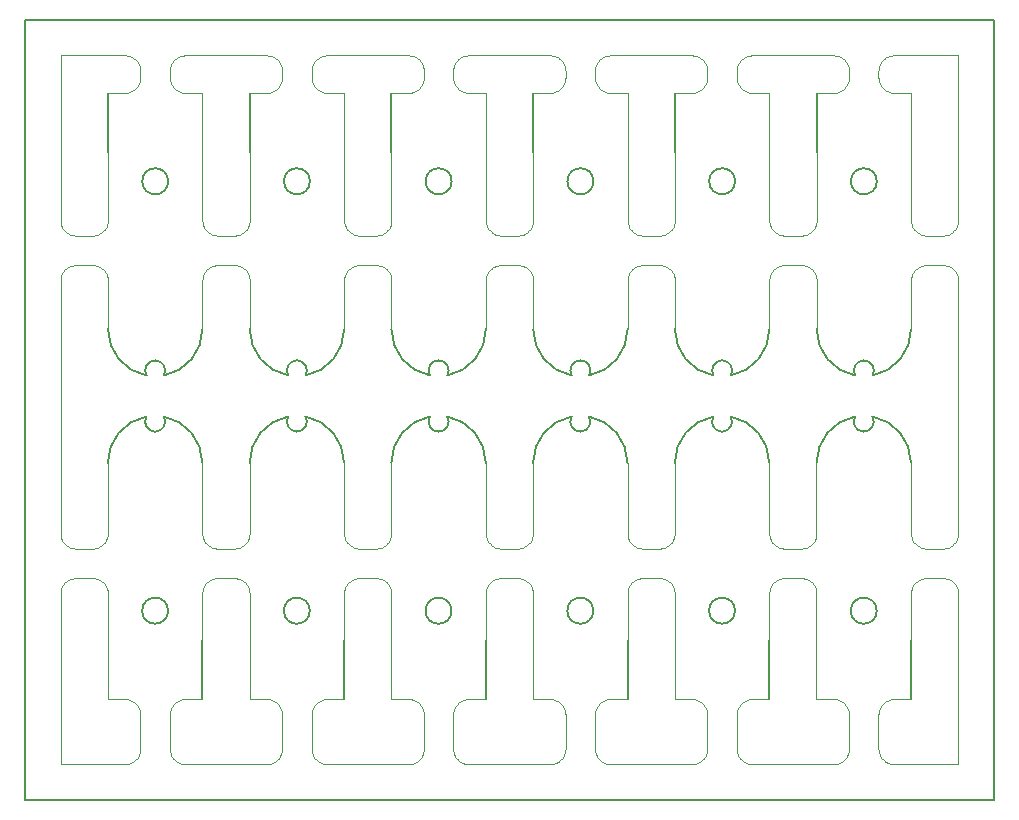
<source format=gm1>
G04 #@! TF.GenerationSoftware,KiCad,Pcbnew,5.1.5-52549c5~84~ubuntu18.04.1*
G04 #@! TF.CreationDate,2020-03-17T11:40:12+01:00*
G04 #@! TF.ProjectId,output.A1335_long_I2C_panel,6f757470-7574-42e4-9131-3333355f6c6f,rev?*
G04 #@! TF.SameCoordinates,Original*
G04 #@! TF.FileFunction,Profile,NP*
%FSLAX46Y46*%
G04 Gerber Fmt 4.6, Leading zero omitted, Abs format (unit mm)*
G04 Created by KiCad (PCBNEW 5.1.5-52549c5~84~ubuntu18.04.1) date 2020-03-17 11:40:12*
%MOMM*%
%LPD*%
G04 APERTURE LIST*
%ADD10C,0.200000*%
%ADD11C,0.150000*%
%ADD12C,0.100000*%
G04 APERTURE END LIST*
D10*
X114278381Y-89092522D02*
G75*
G02X111010000Y-85160000I731619J3932522D01*
G01*
X126278381Y-89092522D02*
G75*
G02X123010000Y-85160000I731619J3932522D01*
G01*
X138278381Y-89092522D02*
G75*
G02X135010000Y-85160000I731619J3932522D01*
G01*
X150278381Y-89092522D02*
G75*
G02X147010000Y-85160000I731619J3932522D01*
G01*
X162278381Y-89092522D02*
G75*
G02X159010000Y-85160000I731619J3932522D01*
G01*
X174278381Y-89092522D02*
G75*
G02X171010000Y-85160000I731619J3932522D01*
G01*
X175731619Y-92567478D02*
G75*
G02X179000000Y-96500000I-731619J-3932522D01*
G01*
X163731619Y-92567478D02*
G75*
G02X167000000Y-96500000I-731619J-3932522D01*
G01*
X151731619Y-92567478D02*
G75*
G02X155000000Y-96500000I-731619J-3932522D01*
G01*
X139731619Y-92567478D02*
G75*
G02X143000000Y-96500000I-731619J-3932522D01*
G01*
X127731619Y-92567478D02*
G75*
G02X131000000Y-96500000I-731619J-3932522D01*
G01*
X111010000Y-65160000D02*
X111010000Y-70160000D01*
X123010000Y-65160000D02*
X123010000Y-70160000D01*
X135010000Y-65160000D02*
X135010000Y-70160000D01*
X147010000Y-65160000D02*
X147010000Y-70160000D01*
X159010000Y-65160000D02*
X159010000Y-70160000D01*
X171010000Y-65160000D02*
X171010000Y-70160000D01*
X179000000Y-116500000D02*
X179000000Y-111500000D01*
X167000000Y-116500000D02*
X167000000Y-111500000D01*
X155000000Y-116500000D02*
X155000000Y-111500000D01*
X143000000Y-116500000D02*
X143000000Y-111500000D01*
X131000000Y-116500000D02*
X131000000Y-111500000D01*
X116110000Y-72648571D02*
G75*
G03X116110000Y-72648571I-1100000J0D01*
G01*
X128110000Y-72648571D02*
G75*
G03X128110000Y-72648571I-1100000J0D01*
G01*
X140110000Y-72648571D02*
G75*
G03X140110000Y-72648571I-1100000J0D01*
G01*
X152110000Y-72648571D02*
G75*
G03X152110000Y-72648571I-1100000J0D01*
G01*
X164110000Y-72648571D02*
G75*
G03X164110000Y-72648571I-1100000J0D01*
G01*
X176110000Y-72648571D02*
G75*
G03X176110000Y-72648571I-1100000J0D01*
G01*
X176100000Y-109011429D02*
G75*
G03X176100000Y-109011429I-1100000J0D01*
G01*
X164100000Y-109011429D02*
G75*
G03X164100000Y-109011429I-1100000J0D01*
G01*
X152100000Y-109011429D02*
G75*
G03X152100000Y-109011429I-1100000J0D01*
G01*
X140100000Y-109011429D02*
G75*
G03X140100000Y-109011429I-1100000J0D01*
G01*
X128100000Y-109011429D02*
G75*
G03X128100000Y-109011429I-1100000J0D01*
G01*
X114278301Y-89092569D02*
G75*
G02X115741740Y-89092500I731699J432569D01*
G01*
X126278301Y-89092569D02*
G75*
G02X127741740Y-89092500I731699J432569D01*
G01*
X138278301Y-89092569D02*
G75*
G02X139741740Y-89092500I731699J432569D01*
G01*
X150278301Y-89092569D02*
G75*
G02X151741740Y-89092500I731699J432569D01*
G01*
X162278301Y-89092569D02*
G75*
G02X163741740Y-89092500I731699J432569D01*
G01*
X174278301Y-89092569D02*
G75*
G02X175741740Y-89092500I731699J432569D01*
G01*
X175731699Y-92567431D02*
G75*
G02X174268260Y-92567500I-731699J-432569D01*
G01*
X163731699Y-92567431D02*
G75*
G02X162268260Y-92567500I-731699J-432569D01*
G01*
X151731699Y-92567431D02*
G75*
G02X150268260Y-92567500I-731699J-432569D01*
G01*
X139731699Y-92567431D02*
G75*
G02X138268260Y-92567500I-731699J-432569D01*
G01*
X127731699Y-92567431D02*
G75*
G02X126268260Y-92567500I-731699J-432569D01*
G01*
X116110000Y-72648571D02*
G75*
G03X116110000Y-72648571I-1100000J0D01*
G01*
X128110000Y-72648571D02*
G75*
G03X128110000Y-72648571I-1100000J0D01*
G01*
X140110000Y-72648571D02*
G75*
G03X140110000Y-72648571I-1100000J0D01*
G01*
X152110000Y-72648571D02*
G75*
G03X152110000Y-72648571I-1100000J0D01*
G01*
X164110000Y-72648571D02*
G75*
G03X164110000Y-72648571I-1100000J0D01*
G01*
X176110000Y-72648571D02*
G75*
G03X176110000Y-72648571I-1100000J0D01*
G01*
X176100000Y-109011429D02*
G75*
G03X176100000Y-109011429I-1100000J0D01*
G01*
X164100000Y-109011429D02*
G75*
G03X164100000Y-109011429I-1100000J0D01*
G01*
X152100000Y-109011429D02*
G75*
G03X152100000Y-109011429I-1100000J0D01*
G01*
X140100000Y-109011429D02*
G75*
G03X140100000Y-109011429I-1100000J0D01*
G01*
X128100000Y-109011429D02*
G75*
G03X128100000Y-109011429I-1100000J0D01*
G01*
X119009987Y-85149999D02*
G75*
G02X115741740Y-89092500I-3999987J-10001D01*
G01*
X131009987Y-85149999D02*
G75*
G02X127741740Y-89092500I-3999987J-10001D01*
G01*
X143009987Y-85149999D02*
G75*
G02X139741740Y-89092500I-3999987J-10001D01*
G01*
X155009987Y-85149999D02*
G75*
G02X151741740Y-89092500I-3999987J-10001D01*
G01*
X167009987Y-85149999D02*
G75*
G02X163741740Y-89092500I-3999987J-10001D01*
G01*
X179009987Y-85149999D02*
G75*
G02X175741740Y-89092500I-3999987J-10001D01*
G01*
X171000013Y-96510001D02*
G75*
G02X174268260Y-92567500I3999987J10001D01*
G01*
X159000013Y-96510001D02*
G75*
G02X162268260Y-92567500I3999987J10001D01*
G01*
X147000013Y-96510001D02*
G75*
G02X150268260Y-92567500I3999987J10001D01*
G01*
X135000013Y-96510001D02*
G75*
G02X138268260Y-92567500I3999987J10001D01*
G01*
X123000013Y-96510001D02*
G75*
G02X126268260Y-92567500I3999987J10001D01*
G01*
D11*
X186000000Y-59000000D02*
X186000000Y-125000000D01*
X104000000Y-125000000D02*
X104000000Y-59000000D01*
X186000000Y-125000000D02*
X104000000Y-125000000D01*
X104000000Y-59000000D02*
X186000000Y-59000000D01*
D10*
X119000000Y-116500000D02*
X119000000Y-111500000D01*
X111000013Y-96510001D02*
G75*
G02X114268260Y-92567500I3999987J10001D01*
G01*
X116100000Y-109011429D02*
G75*
G03X116100000Y-109011429I-1100000J0D01*
G01*
X116100000Y-109011429D02*
G75*
G03X116100000Y-109011429I-1100000J0D01*
G01*
X115731619Y-92567478D02*
G75*
G02X119000000Y-96500000I-731619J-3932522D01*
G01*
X115731699Y-92567431D02*
G75*
G02X114268260Y-92567500I-731699J-432569D01*
G01*
D12*
X119000000Y-107499998D02*
X119000000Y-111500000D01*
X119000000Y-102500000D02*
X119000000Y-96500000D01*
X123000010Y-102499992D02*
X123000013Y-96510001D01*
X123000004Y-107500015D02*
X123000000Y-116500000D01*
X119000000Y-107499998D02*
X119007687Y-107400294D01*
X123000004Y-107500015D02*
X122992317Y-107400311D01*
X119007687Y-107400294D02*
X119023015Y-107301476D01*
X122992317Y-107400311D02*
X122976989Y-107301493D01*
X119023015Y-107301476D02*
X119045893Y-107204129D01*
X122976989Y-107301493D02*
X122954111Y-107204146D01*
X119045893Y-107204129D02*
X119076186Y-107108829D01*
X122954111Y-107204146D02*
X122923818Y-107108846D01*
X119076186Y-107108829D02*
X119113715Y-107016139D01*
X122923818Y-107108846D02*
X122886289Y-107016156D01*
X119113715Y-107016139D02*
X119158258Y-106926608D01*
X122886289Y-107016156D02*
X122841746Y-106926625D01*
X119158258Y-106926608D02*
X119209551Y-106840766D01*
X122841746Y-106926625D02*
X122790453Y-106840783D01*
X119209551Y-106840766D02*
X119267291Y-106759121D01*
X122790453Y-106840783D02*
X122732713Y-106759138D01*
X119267291Y-106759121D02*
X119331136Y-106682156D01*
X122732713Y-106759138D02*
X122668868Y-106682173D01*
X119331136Y-106682156D02*
X119400708Y-106610326D01*
X122668868Y-106682173D02*
X122599296Y-106610343D01*
X119400708Y-106610326D02*
X119475595Y-106544056D01*
X122599296Y-106610343D02*
X122524409Y-106544073D01*
X119475595Y-106544056D02*
X119555354Y-106483738D01*
X122524409Y-106544073D02*
X122444650Y-106483755D01*
X119555354Y-106483738D02*
X119639513Y-106429729D01*
X122444650Y-106483755D02*
X122360491Y-106429746D01*
X119639513Y-106429729D02*
X119727574Y-106382349D01*
X122360491Y-106429746D02*
X122272430Y-106382366D01*
X119727574Y-106382349D02*
X119819016Y-106341878D01*
X122272430Y-106382366D02*
X122180988Y-106341895D01*
X119819016Y-106341878D02*
X119913298Y-106308556D01*
X122180988Y-106341895D02*
X122086706Y-106308573D01*
X119913298Y-106308556D02*
X120009862Y-106282580D01*
X122086706Y-106308573D02*
X121990142Y-106282597D01*
X120009862Y-106282580D02*
X120108137Y-106264103D01*
X121990142Y-106282597D02*
X121891867Y-106264120D01*
X120108137Y-106264103D02*
X120207542Y-106253235D01*
X121891867Y-106264120D02*
X121792462Y-106253252D01*
X120207542Y-106253235D02*
X120307488Y-106250040D01*
X121792462Y-106253252D02*
X121692516Y-106250057D01*
X120307488Y-106250040D02*
X121692516Y-106250057D01*
X119000000Y-102500000D02*
X119007687Y-102599704D01*
X123000010Y-102499992D02*
X122992323Y-102599696D01*
X119007687Y-102599704D02*
X119023015Y-102698522D01*
X122992323Y-102599696D02*
X122976995Y-102698514D01*
X119023015Y-102698522D02*
X119045893Y-102795869D01*
X122976995Y-102698514D02*
X122954117Y-102795861D01*
X119045893Y-102795869D02*
X119076186Y-102891169D01*
X122954117Y-102795861D02*
X122923824Y-102891161D01*
X119076186Y-102891169D02*
X119113715Y-102983859D01*
X122923824Y-102891161D02*
X122886295Y-102983851D01*
X119113715Y-102983859D02*
X119158258Y-103073390D01*
X122886295Y-102983851D02*
X122841752Y-103073382D01*
X119158258Y-103073390D02*
X119209551Y-103159232D01*
X122841752Y-103073382D02*
X122790459Y-103159224D01*
X119209551Y-103159232D02*
X119267291Y-103240877D01*
X122790459Y-103159224D02*
X122732719Y-103240869D01*
X119267291Y-103240877D02*
X119331136Y-103317842D01*
X122732719Y-103240869D02*
X122668874Y-103317834D01*
X119331136Y-103317842D02*
X119400708Y-103389672D01*
X122668874Y-103317834D02*
X122599302Y-103389664D01*
X119400708Y-103389672D02*
X119475595Y-103455942D01*
X122599302Y-103389664D02*
X122524415Y-103455934D01*
X119475595Y-103455942D02*
X119555354Y-103516260D01*
X122524415Y-103455934D02*
X122444656Y-103516252D01*
X119555354Y-103516260D02*
X119639513Y-103570269D01*
X122444656Y-103516252D02*
X122360497Y-103570261D01*
X119639513Y-103570269D02*
X119727574Y-103617649D01*
X122360497Y-103570261D02*
X122272436Y-103617641D01*
X119727574Y-103617649D02*
X119819016Y-103658120D01*
X122272436Y-103617641D02*
X122180994Y-103658112D01*
X119819016Y-103658120D02*
X119913298Y-103691442D01*
X122180994Y-103658112D02*
X122086712Y-103691434D01*
X119913298Y-103691442D02*
X120009862Y-103717418D01*
X122086712Y-103691434D02*
X121990148Y-103717410D01*
X120009862Y-103717418D02*
X120108137Y-103735895D01*
X121990148Y-103717410D02*
X121891873Y-103735887D01*
X120108137Y-103735895D02*
X120207542Y-103746763D01*
X121891873Y-103735887D02*
X121792468Y-103746755D01*
X120207542Y-103746763D02*
X120307488Y-103749958D01*
X121792468Y-103746755D02*
X121692522Y-103749950D01*
X120307488Y-103749958D02*
X121692522Y-103749950D01*
X155000000Y-107499998D02*
X155000000Y-111500000D01*
X155000000Y-102500000D02*
X155000000Y-96500000D01*
X159000010Y-102499992D02*
X159000013Y-96510001D01*
X159000004Y-107500015D02*
X159000000Y-116500000D01*
X155000000Y-107499998D02*
X155007687Y-107400294D01*
X159000004Y-107500015D02*
X158992317Y-107400311D01*
X155007687Y-107400294D02*
X155023015Y-107301476D01*
X158992317Y-107400311D02*
X158976989Y-107301493D01*
X155023015Y-107301476D02*
X155045893Y-107204129D01*
X158976989Y-107301493D02*
X158954111Y-107204146D01*
X155045893Y-107204129D02*
X155076186Y-107108829D01*
X158954111Y-107204146D02*
X158923818Y-107108846D01*
X155076186Y-107108829D02*
X155113715Y-107016139D01*
X158923818Y-107108846D02*
X158886289Y-107016156D01*
X155113715Y-107016139D02*
X155158258Y-106926608D01*
X158886289Y-107016156D02*
X158841746Y-106926625D01*
X155158258Y-106926608D02*
X155209551Y-106840766D01*
X158841746Y-106926625D02*
X158790453Y-106840783D01*
X155209551Y-106840766D02*
X155267291Y-106759121D01*
X158790453Y-106840783D02*
X158732713Y-106759138D01*
X155267291Y-106759121D02*
X155331136Y-106682156D01*
X158732713Y-106759138D02*
X158668868Y-106682173D01*
X155331136Y-106682156D02*
X155400708Y-106610326D01*
X158668868Y-106682173D02*
X158599296Y-106610343D01*
X155400708Y-106610326D02*
X155475595Y-106544056D01*
X158599296Y-106610343D02*
X158524409Y-106544073D01*
X155475595Y-106544056D02*
X155555354Y-106483738D01*
X158524409Y-106544073D02*
X158444650Y-106483755D01*
X155555354Y-106483738D02*
X155639513Y-106429729D01*
X158444650Y-106483755D02*
X158360491Y-106429746D01*
X155639513Y-106429729D02*
X155727574Y-106382349D01*
X158360491Y-106429746D02*
X158272430Y-106382366D01*
X155727574Y-106382349D02*
X155819016Y-106341878D01*
X158272430Y-106382366D02*
X158180988Y-106341895D01*
X155819016Y-106341878D02*
X155913298Y-106308556D01*
X158180988Y-106341895D02*
X158086706Y-106308573D01*
X155913298Y-106308556D02*
X156009862Y-106282580D01*
X158086706Y-106308573D02*
X157990142Y-106282597D01*
X156009862Y-106282580D02*
X156108137Y-106264103D01*
X157990142Y-106282597D02*
X157891867Y-106264120D01*
X156108137Y-106264103D02*
X156207542Y-106253235D01*
X157891867Y-106264120D02*
X157792462Y-106253252D01*
X156207542Y-106253235D02*
X156307488Y-106250040D01*
X157792462Y-106253252D02*
X157692516Y-106250057D01*
X156307488Y-106250040D02*
X157692516Y-106250057D01*
X155000000Y-102500000D02*
X155007687Y-102599704D01*
X159000010Y-102499992D02*
X158992323Y-102599696D01*
X155007687Y-102599704D02*
X155023015Y-102698522D01*
X158992323Y-102599696D02*
X158976995Y-102698514D01*
X155023015Y-102698522D02*
X155045893Y-102795869D01*
X158976995Y-102698514D02*
X158954117Y-102795861D01*
X155045893Y-102795869D02*
X155076186Y-102891169D01*
X158954117Y-102795861D02*
X158923824Y-102891161D01*
X155076186Y-102891169D02*
X155113715Y-102983859D01*
X158923824Y-102891161D02*
X158886295Y-102983851D01*
X155113715Y-102983859D02*
X155158258Y-103073390D01*
X158886295Y-102983851D02*
X158841752Y-103073382D01*
X155158258Y-103073390D02*
X155209551Y-103159232D01*
X158841752Y-103073382D02*
X158790459Y-103159224D01*
X155209551Y-103159232D02*
X155267291Y-103240877D01*
X158790459Y-103159224D02*
X158732719Y-103240869D01*
X155267291Y-103240877D02*
X155331136Y-103317842D01*
X158732719Y-103240869D02*
X158668874Y-103317834D01*
X155331136Y-103317842D02*
X155400708Y-103389672D01*
X158668874Y-103317834D02*
X158599302Y-103389664D01*
X155400708Y-103389672D02*
X155475595Y-103455942D01*
X158599302Y-103389664D02*
X158524415Y-103455934D01*
X155475595Y-103455942D02*
X155555354Y-103516260D01*
X158524415Y-103455934D02*
X158444656Y-103516252D01*
X155555354Y-103516260D02*
X155639513Y-103570269D01*
X158444656Y-103516252D02*
X158360497Y-103570261D01*
X155639513Y-103570269D02*
X155727574Y-103617649D01*
X158360497Y-103570261D02*
X158272436Y-103617641D01*
X155727574Y-103617649D02*
X155819016Y-103658120D01*
X158272436Y-103617641D02*
X158180994Y-103658112D01*
X155819016Y-103658120D02*
X155913298Y-103691442D01*
X158180994Y-103658112D02*
X158086712Y-103691434D01*
X155913298Y-103691442D02*
X156009862Y-103717418D01*
X158086712Y-103691434D02*
X157990148Y-103717410D01*
X156009862Y-103717418D02*
X156108137Y-103735895D01*
X157990148Y-103717410D02*
X157891873Y-103735887D01*
X156108137Y-103735895D02*
X156207542Y-103746763D01*
X157891873Y-103735887D02*
X157792468Y-103746755D01*
X156207542Y-103746763D02*
X156307488Y-103749958D01*
X157792468Y-103746755D02*
X157692522Y-103749950D01*
X156307488Y-103749958D02*
X157692522Y-103749950D01*
X160500000Y-116500000D02*
X159000000Y-116500000D01*
X165500000Y-116500000D02*
X167000000Y-116500000D01*
X165500000Y-116500000D02*
X165400296Y-116507687D01*
X165500000Y-122000000D02*
X165400296Y-121992313D01*
X165400296Y-116507687D02*
X165301478Y-116523015D01*
X165400296Y-121992313D02*
X165301478Y-121976985D01*
X165301478Y-116523015D02*
X165204131Y-116545893D01*
X165301478Y-121976985D02*
X165204131Y-121954107D01*
X165204131Y-116545893D02*
X165108831Y-116576186D01*
X165204131Y-121954107D02*
X165108831Y-121923814D01*
X165108831Y-116576186D02*
X165016141Y-116613715D01*
X165108831Y-121923814D02*
X165016141Y-121886285D01*
X165016141Y-116613715D02*
X164926610Y-116658258D01*
X165016141Y-121886285D02*
X164926610Y-121841742D01*
X164926610Y-116658258D02*
X164840768Y-116709551D01*
X164926610Y-121841742D02*
X164840768Y-121790449D01*
X164840768Y-116709551D02*
X164759123Y-116767291D01*
X164840768Y-121790449D02*
X164759123Y-121732709D01*
X164759123Y-116767291D02*
X164682158Y-116831136D01*
X164759123Y-121732709D02*
X164682158Y-121668864D01*
X164682158Y-116831136D02*
X164610328Y-116900708D01*
X164682158Y-121668864D02*
X164610328Y-121599292D01*
X164610328Y-116900708D02*
X164544058Y-116975595D01*
X164610328Y-121599292D02*
X164544058Y-121524405D01*
X164544058Y-116975595D02*
X164483740Y-117055354D01*
X164544058Y-121524405D02*
X164483740Y-121444646D01*
X164483740Y-117055354D02*
X164429731Y-117139513D01*
X164483740Y-121444646D02*
X164429731Y-121360487D01*
X164429731Y-117139513D02*
X164382351Y-117227574D01*
X164429731Y-121360487D02*
X164382351Y-121272426D01*
X164382351Y-117227574D02*
X164341880Y-117319016D01*
X164382351Y-121272426D02*
X164341880Y-121180984D01*
X164341880Y-117319016D02*
X164308558Y-117413298D01*
X164341880Y-121180984D02*
X164308558Y-121086702D01*
X164308558Y-117413298D02*
X164282582Y-117509862D01*
X164308558Y-121086702D02*
X164282582Y-120990138D01*
X164282582Y-117509862D02*
X164264105Y-117608137D01*
X164282582Y-120990138D02*
X164264105Y-120891863D01*
X164264105Y-117608137D02*
X164253237Y-117707542D01*
X164264105Y-120891863D02*
X164253237Y-120792458D01*
X164253237Y-117707542D02*
X164250042Y-117807488D01*
X164253237Y-120792458D02*
X164250042Y-120692512D01*
X164250042Y-120692512D02*
X164250042Y-117807488D01*
X160500020Y-122000000D02*
X160599724Y-121992313D01*
X160500000Y-116500000D02*
X160599704Y-116507687D01*
X160599724Y-121992313D02*
X160698542Y-121976985D01*
X160599704Y-116507687D02*
X160698522Y-116523015D01*
X160698542Y-121976985D02*
X160795889Y-121954107D01*
X160698522Y-116523015D02*
X160795869Y-116545893D01*
X160795889Y-121954107D02*
X160891189Y-121923814D01*
X160795869Y-116545893D02*
X160891169Y-116576186D01*
X160891189Y-121923814D02*
X160983879Y-121886285D01*
X160891169Y-116576186D02*
X160983859Y-116613715D01*
X160983879Y-121886285D02*
X161073410Y-121841742D01*
X160983859Y-116613715D02*
X161073390Y-116658258D01*
X161073410Y-121841742D02*
X161159252Y-121790449D01*
X161073390Y-116658258D02*
X161159232Y-116709551D01*
X161159252Y-121790449D02*
X161240897Y-121732709D01*
X161159232Y-116709551D02*
X161240877Y-116767291D01*
X161240897Y-121732709D02*
X161317862Y-121668864D01*
X161240877Y-116767291D02*
X161317842Y-116831136D01*
X161317862Y-121668864D02*
X161389692Y-121599292D01*
X161317842Y-116831136D02*
X161389672Y-116900708D01*
X161389692Y-121599292D02*
X161455962Y-121524405D01*
X161389672Y-116900708D02*
X161455942Y-116975595D01*
X161455962Y-121524405D02*
X161516280Y-121444646D01*
X161455942Y-116975595D02*
X161516260Y-117055354D01*
X161516280Y-121444646D02*
X161570289Y-121360487D01*
X161516260Y-117055354D02*
X161570269Y-117139513D01*
X161570289Y-121360487D02*
X161617669Y-121272426D01*
X161570269Y-117139513D02*
X161617649Y-117227574D01*
X161617669Y-121272426D02*
X161658140Y-121180984D01*
X161617649Y-117227574D02*
X161658120Y-117319016D01*
X161658140Y-121180984D02*
X161691462Y-121086702D01*
X161658120Y-117319016D02*
X161691442Y-117413298D01*
X161691462Y-121086702D02*
X161717438Y-120990138D01*
X161691442Y-117413298D02*
X161717418Y-117509862D01*
X161717438Y-120990138D02*
X161735915Y-120891863D01*
X161717418Y-117509862D02*
X161735895Y-117608137D01*
X161735915Y-120891863D02*
X161746783Y-120792458D01*
X161735895Y-117608137D02*
X161746763Y-117707542D01*
X161746783Y-120792458D02*
X161749978Y-120692512D01*
X161746763Y-117707542D02*
X161749958Y-117807488D01*
X161749978Y-120692512D02*
X161749958Y-117807488D01*
X143009988Y-81000000D02*
X143009987Y-85149999D01*
X143009994Y-75999985D02*
X143010000Y-65160000D01*
X147010000Y-76000002D02*
X147010000Y-70160000D01*
X147010000Y-80999998D02*
X147010000Y-85160000D01*
X147010000Y-80999998D02*
X147002313Y-80900294D01*
X143009988Y-81000000D02*
X143017675Y-80900296D01*
X147002313Y-80900294D02*
X146986985Y-80801476D01*
X143017675Y-80900296D02*
X143033003Y-80801478D01*
X146986985Y-80801476D02*
X146964107Y-80704129D01*
X143033003Y-80801478D02*
X143055881Y-80704131D01*
X146964107Y-80704129D02*
X146933814Y-80608829D01*
X143055881Y-80704131D02*
X143086174Y-80608831D01*
X146933814Y-80608829D02*
X146896285Y-80516139D01*
X143086174Y-80608831D02*
X143123703Y-80516141D01*
X146896285Y-80516139D02*
X146851742Y-80426608D01*
X143123703Y-80516141D02*
X143168246Y-80426610D01*
X146851742Y-80426608D02*
X146800449Y-80340766D01*
X143168246Y-80426610D02*
X143219539Y-80340768D01*
X146800449Y-80340766D02*
X146742709Y-80259121D01*
X143219539Y-80340768D02*
X143277279Y-80259123D01*
X146742709Y-80259121D02*
X146678864Y-80182156D01*
X143277279Y-80259123D02*
X143341124Y-80182158D01*
X146678864Y-80182156D02*
X146609292Y-80110326D01*
X143341124Y-80182158D02*
X143410696Y-80110328D01*
X146609292Y-80110326D02*
X146534405Y-80044056D01*
X143410696Y-80110328D02*
X143485583Y-80044058D01*
X146534405Y-80044056D02*
X146454646Y-79983738D01*
X143485583Y-80044058D02*
X143565342Y-79983740D01*
X146454646Y-79983738D02*
X146370487Y-79929729D01*
X143565342Y-79983740D02*
X143649501Y-79929731D01*
X146370487Y-79929729D02*
X146282426Y-79882349D01*
X143649501Y-79929731D02*
X143737562Y-79882351D01*
X146282426Y-79882349D02*
X146190984Y-79841878D01*
X143737562Y-79882351D02*
X143829004Y-79841880D01*
X146190984Y-79841878D02*
X146096702Y-79808556D01*
X143829004Y-79841880D02*
X143923286Y-79808558D01*
X146096702Y-79808556D02*
X146000138Y-79782580D01*
X143923286Y-79808558D02*
X144019850Y-79782582D01*
X146000138Y-79782580D02*
X145901863Y-79764103D01*
X144019850Y-79782582D02*
X144118125Y-79764105D01*
X145901863Y-79764103D02*
X145802458Y-79753235D01*
X144118125Y-79764105D02*
X144217530Y-79753237D01*
X145802458Y-79753235D02*
X145702512Y-79750040D01*
X144217530Y-79753237D02*
X144317476Y-79750042D01*
X144317476Y-79750042D02*
X145702512Y-79750040D01*
X147010000Y-76000002D02*
X147002313Y-76099706D01*
X143009994Y-75999985D02*
X143017681Y-76099689D01*
X147002313Y-76099706D02*
X146986985Y-76198524D01*
X143017681Y-76099689D02*
X143033009Y-76198507D01*
X146986985Y-76198524D02*
X146964107Y-76295871D01*
X143033009Y-76198507D02*
X143055887Y-76295854D01*
X146964107Y-76295871D02*
X146933814Y-76391171D01*
X143055887Y-76295854D02*
X143086180Y-76391154D01*
X146933814Y-76391171D02*
X146896285Y-76483861D01*
X143086180Y-76391154D02*
X143123709Y-76483844D01*
X146896285Y-76483861D02*
X146851742Y-76573392D01*
X143123709Y-76483844D02*
X143168252Y-76573375D01*
X146851742Y-76573392D02*
X146800449Y-76659234D01*
X143168252Y-76573375D02*
X143219545Y-76659217D01*
X146800449Y-76659234D02*
X146742709Y-76740879D01*
X143219545Y-76659217D02*
X143277285Y-76740862D01*
X146742709Y-76740879D02*
X146678864Y-76817844D01*
X143277285Y-76740862D02*
X143341130Y-76817827D01*
X146678864Y-76817844D02*
X146609292Y-76889674D01*
X143341130Y-76817827D02*
X143410702Y-76889657D01*
X146609292Y-76889674D02*
X146534405Y-76955944D01*
X143410702Y-76889657D02*
X143485589Y-76955927D01*
X146534405Y-76955944D02*
X146454646Y-77016262D01*
X143485589Y-76955927D02*
X143565348Y-77016245D01*
X146454646Y-77016262D02*
X146370487Y-77070271D01*
X143565348Y-77016245D02*
X143649507Y-77070254D01*
X146370487Y-77070271D02*
X146282426Y-77117651D01*
X143649507Y-77070254D02*
X143737568Y-77117634D01*
X146282426Y-77117651D02*
X146190984Y-77158122D01*
X143737568Y-77117634D02*
X143829010Y-77158105D01*
X146190984Y-77158122D02*
X146096702Y-77191444D01*
X143829010Y-77158105D02*
X143923292Y-77191427D01*
X146096702Y-77191444D02*
X146000138Y-77217420D01*
X143923292Y-77191427D02*
X144019856Y-77217403D01*
X146000138Y-77217420D02*
X145901863Y-77235897D01*
X144019856Y-77217403D02*
X144118131Y-77235880D01*
X145901863Y-77235897D02*
X145802458Y-77246765D01*
X144118131Y-77235880D02*
X144217536Y-77246748D01*
X145802458Y-77246765D02*
X145702512Y-77249960D01*
X144217536Y-77246748D02*
X144317482Y-77249943D01*
X144317482Y-77249943D02*
X145702512Y-77249960D01*
X129500005Y-65160000D02*
X131010000Y-65160000D01*
X124499995Y-65160000D02*
X123010000Y-65160000D01*
X124500000Y-62000000D02*
X124599704Y-62007687D01*
X124499995Y-65160000D02*
X124599699Y-65152313D01*
X124599704Y-62007687D02*
X124698522Y-62023015D01*
X124599699Y-65152313D02*
X124698517Y-65136985D01*
X124698522Y-62023015D02*
X124795869Y-62045893D01*
X124698517Y-65136985D02*
X124795864Y-65114107D01*
X124795869Y-62045893D02*
X124891169Y-62076186D01*
X124795864Y-65114107D02*
X124891164Y-65083814D01*
X124891169Y-62076186D02*
X124983859Y-62113715D01*
X124891164Y-65083814D02*
X124983854Y-65046285D01*
X124983859Y-62113715D02*
X125073390Y-62158258D01*
X124983854Y-65046285D02*
X125073385Y-65001742D01*
X125073390Y-62158258D02*
X125159232Y-62209551D01*
X125073385Y-65001742D02*
X125159227Y-64950449D01*
X125159232Y-62209551D02*
X125240877Y-62267291D01*
X125159227Y-64950449D02*
X125240872Y-64892709D01*
X125240877Y-62267291D02*
X125317842Y-62331136D01*
X125240872Y-64892709D02*
X125317837Y-64828864D01*
X125317842Y-62331136D02*
X125389672Y-62400708D01*
X125317837Y-64828864D02*
X125389667Y-64759292D01*
X125389672Y-62400708D02*
X125455942Y-62475595D01*
X125389667Y-64759292D02*
X125455937Y-64684405D01*
X125455942Y-62475595D02*
X125516260Y-62555354D01*
X125455937Y-64684405D02*
X125516255Y-64604646D01*
X125516260Y-62555354D02*
X125570269Y-62639513D01*
X125516255Y-64604646D02*
X125570264Y-64520487D01*
X125570269Y-62639513D02*
X125617649Y-62727574D01*
X125570264Y-64520487D02*
X125617644Y-64432426D01*
X125617649Y-62727574D02*
X125658120Y-62819016D01*
X125617644Y-64432426D02*
X125658115Y-64340984D01*
X125658120Y-62819016D02*
X125691442Y-62913298D01*
X125658115Y-64340984D02*
X125691437Y-64246702D01*
X125691442Y-62913298D02*
X125717418Y-63009862D01*
X125691437Y-64246702D02*
X125717413Y-64150138D01*
X125717418Y-63009862D02*
X125735895Y-63108137D01*
X125717413Y-64150138D02*
X125735890Y-64051863D01*
X125735895Y-63108137D02*
X125746763Y-63207542D01*
X125735890Y-64051863D02*
X125746758Y-63952458D01*
X125746763Y-63207542D02*
X125749958Y-63307488D01*
X125746758Y-63952458D02*
X125749953Y-63852512D01*
X125749958Y-63307488D02*
X125749953Y-63852512D01*
X129499980Y-62000000D02*
X129400276Y-62007687D01*
X129500005Y-65160000D02*
X129400301Y-65152313D01*
X129400276Y-62007687D02*
X129301458Y-62023015D01*
X129400301Y-65152313D02*
X129301483Y-65136985D01*
X129301458Y-62023015D02*
X129204111Y-62045893D01*
X129301483Y-65136985D02*
X129204136Y-65114107D01*
X129204111Y-62045893D02*
X129108811Y-62076186D01*
X129204136Y-65114107D02*
X129108836Y-65083814D01*
X129108811Y-62076186D02*
X129016121Y-62113715D01*
X129108836Y-65083814D02*
X129016146Y-65046285D01*
X129016121Y-62113715D02*
X128926590Y-62158258D01*
X129016146Y-65046285D02*
X128926615Y-65001742D01*
X128926590Y-62158258D02*
X128840748Y-62209551D01*
X128926615Y-65001742D02*
X128840773Y-64950449D01*
X128840748Y-62209551D02*
X128759103Y-62267291D01*
X128840773Y-64950449D02*
X128759128Y-64892709D01*
X128759103Y-62267291D02*
X128682138Y-62331136D01*
X128759128Y-64892709D02*
X128682163Y-64828864D01*
X128682138Y-62331136D02*
X128610308Y-62400708D01*
X128682163Y-64828864D02*
X128610333Y-64759292D01*
X128610308Y-62400708D02*
X128544038Y-62475595D01*
X128610333Y-64759292D02*
X128544063Y-64684405D01*
X128544038Y-62475595D02*
X128483720Y-62555354D01*
X128544063Y-64684405D02*
X128483745Y-64604646D01*
X128483720Y-62555354D02*
X128429711Y-62639513D01*
X128483745Y-64604646D02*
X128429736Y-64520487D01*
X128429711Y-62639513D02*
X128382331Y-62727574D01*
X128429736Y-64520487D02*
X128382356Y-64432426D01*
X128382331Y-62727574D02*
X128341860Y-62819016D01*
X128382356Y-64432426D02*
X128341885Y-64340984D01*
X128341860Y-62819016D02*
X128308538Y-62913298D01*
X128341885Y-64340984D02*
X128308563Y-64246702D01*
X128308538Y-62913298D02*
X128282562Y-63009862D01*
X128308563Y-64246702D02*
X128282587Y-64150138D01*
X128282562Y-63009862D02*
X128264085Y-63108137D01*
X128282587Y-64150138D02*
X128264110Y-64051863D01*
X128264085Y-63108137D02*
X128253217Y-63207542D01*
X128264110Y-64051863D02*
X128253242Y-63952458D01*
X128253217Y-63207542D02*
X128250022Y-63307488D01*
X128253242Y-63952458D02*
X128250047Y-63852512D01*
X128250022Y-63307488D02*
X128250047Y-63852512D01*
X148500000Y-116500000D02*
X147000000Y-116500000D01*
X153500000Y-116500000D02*
X155000000Y-116500000D01*
X153500003Y-122000000D02*
X160500020Y-122000000D01*
X148500030Y-122000000D02*
X148599734Y-121992313D01*
X148500000Y-116500000D02*
X148599704Y-116507687D01*
X148599734Y-121992313D02*
X148698552Y-121976985D01*
X148599704Y-116507687D02*
X148698522Y-116523015D01*
X148698552Y-121976985D02*
X148795899Y-121954107D01*
X148698522Y-116523015D02*
X148795869Y-116545893D01*
X148795899Y-121954107D02*
X148891199Y-121923814D01*
X148795869Y-116545893D02*
X148891169Y-116576186D01*
X148891199Y-121923814D02*
X148983889Y-121886285D01*
X148891169Y-116576186D02*
X148983859Y-116613715D01*
X148983889Y-121886285D02*
X149073420Y-121841742D01*
X148983859Y-116613715D02*
X149073390Y-116658258D01*
X149073420Y-121841742D02*
X149159262Y-121790449D01*
X149073390Y-116658258D02*
X149159232Y-116709551D01*
X149159262Y-121790449D02*
X149240907Y-121732709D01*
X149159232Y-116709551D02*
X149240877Y-116767291D01*
X149240907Y-121732709D02*
X149317872Y-121668864D01*
X149240877Y-116767291D02*
X149317842Y-116831136D01*
X149317872Y-121668864D02*
X149389702Y-121599292D01*
X149317842Y-116831136D02*
X149389672Y-116900708D01*
X149389702Y-121599292D02*
X149455972Y-121524405D01*
X149389672Y-116900708D02*
X149455942Y-116975595D01*
X149455972Y-121524405D02*
X149516290Y-121444646D01*
X149455942Y-116975595D02*
X149516260Y-117055354D01*
X149516290Y-121444646D02*
X149570299Y-121360487D01*
X149516260Y-117055354D02*
X149570269Y-117139513D01*
X149570299Y-121360487D02*
X149617679Y-121272426D01*
X149570269Y-117139513D02*
X149617649Y-117227574D01*
X149617679Y-121272426D02*
X149658150Y-121180984D01*
X149617649Y-117227574D02*
X149658120Y-117319016D01*
X149658150Y-121180984D02*
X149691472Y-121086702D01*
X149658120Y-117319016D02*
X149691442Y-117413298D01*
X149691472Y-121086702D02*
X149717448Y-120990138D01*
X149691442Y-117413298D02*
X149717418Y-117509862D01*
X149717448Y-120990138D02*
X149735925Y-120891863D01*
X149717418Y-117509862D02*
X149735895Y-117608137D01*
X149735925Y-120891863D02*
X149746793Y-120792458D01*
X149735895Y-117608137D02*
X149746763Y-117707542D01*
X149746793Y-120792458D02*
X149749988Y-120692512D01*
X149746763Y-117707542D02*
X149749958Y-117807488D01*
X149749958Y-117807488D02*
X149749988Y-120692512D01*
X153500000Y-116500000D02*
X153400296Y-116507687D01*
X153500003Y-122000000D02*
X153400299Y-121992313D01*
X153400296Y-116507687D02*
X153301478Y-116523015D01*
X153400299Y-121992313D02*
X153301481Y-121976985D01*
X153301478Y-116523015D02*
X153204131Y-116545893D01*
X153301481Y-121976985D02*
X153204134Y-121954107D01*
X153204131Y-116545893D02*
X153108831Y-116576186D01*
X153204134Y-121954107D02*
X153108834Y-121923814D01*
X153108831Y-116576186D02*
X153016141Y-116613715D01*
X153108834Y-121923814D02*
X153016144Y-121886285D01*
X153016141Y-116613715D02*
X152926610Y-116658258D01*
X153016144Y-121886285D02*
X152926613Y-121841742D01*
X152926610Y-116658258D02*
X152840768Y-116709551D01*
X152926613Y-121841742D02*
X152840771Y-121790449D01*
X152840768Y-116709551D02*
X152759123Y-116767291D01*
X152840771Y-121790449D02*
X152759126Y-121732709D01*
X152759123Y-116767291D02*
X152682158Y-116831136D01*
X152759126Y-121732709D02*
X152682161Y-121668864D01*
X152682158Y-116831136D02*
X152610328Y-116900708D01*
X152682161Y-121668864D02*
X152610331Y-121599292D01*
X152610328Y-116900708D02*
X152544058Y-116975595D01*
X152610331Y-121599292D02*
X152544061Y-121524405D01*
X152544058Y-116975595D02*
X152483740Y-117055354D01*
X152544061Y-121524405D02*
X152483743Y-121444646D01*
X152483740Y-117055354D02*
X152429731Y-117139513D01*
X152483743Y-121444646D02*
X152429734Y-121360487D01*
X152429731Y-117139513D02*
X152382351Y-117227574D01*
X152429734Y-121360487D02*
X152382354Y-121272426D01*
X152382351Y-117227574D02*
X152341880Y-117319016D01*
X152382354Y-121272426D02*
X152341883Y-121180984D01*
X152341880Y-117319016D02*
X152308558Y-117413298D01*
X152341883Y-121180984D02*
X152308561Y-121086702D01*
X152308558Y-117413298D02*
X152282582Y-117509862D01*
X152308561Y-121086702D02*
X152282585Y-120990138D01*
X152282582Y-117509862D02*
X152264105Y-117608137D01*
X152282585Y-120990138D02*
X152264108Y-120891863D01*
X152264105Y-117608137D02*
X152253237Y-117707542D01*
X152264108Y-120891863D02*
X152253240Y-120792458D01*
X152253237Y-117707542D02*
X152250042Y-117807488D01*
X152253240Y-120792458D02*
X152250045Y-120692512D01*
X152250042Y-117807488D02*
X152250045Y-120692512D01*
X167000000Y-107499998D02*
X167000000Y-111500000D01*
X167000000Y-102500000D02*
X167000000Y-96500000D01*
X171000010Y-102499992D02*
X171000013Y-96510001D01*
X171000004Y-107500015D02*
X171000000Y-116500000D01*
X167000000Y-107499998D02*
X167007687Y-107400294D01*
X171000004Y-107500015D02*
X170992317Y-107400311D01*
X167007687Y-107400294D02*
X167023015Y-107301476D01*
X170992317Y-107400311D02*
X170976989Y-107301493D01*
X167023015Y-107301476D02*
X167045893Y-107204129D01*
X170976989Y-107301493D02*
X170954111Y-107204146D01*
X167045893Y-107204129D02*
X167076186Y-107108829D01*
X170954111Y-107204146D02*
X170923818Y-107108846D01*
X167076186Y-107108829D02*
X167113715Y-107016139D01*
X170923818Y-107108846D02*
X170886289Y-107016156D01*
X167113715Y-107016139D02*
X167158258Y-106926608D01*
X170886289Y-107016156D02*
X170841746Y-106926625D01*
X167158258Y-106926608D02*
X167209551Y-106840766D01*
X170841746Y-106926625D02*
X170790453Y-106840783D01*
X167209551Y-106840766D02*
X167267291Y-106759121D01*
X170790453Y-106840783D02*
X170732713Y-106759138D01*
X167267291Y-106759121D02*
X167331136Y-106682156D01*
X170732713Y-106759138D02*
X170668868Y-106682173D01*
X167331136Y-106682156D02*
X167400708Y-106610326D01*
X170668868Y-106682173D02*
X170599296Y-106610343D01*
X167400708Y-106610326D02*
X167475595Y-106544056D01*
X170599296Y-106610343D02*
X170524409Y-106544073D01*
X167475595Y-106544056D02*
X167555354Y-106483738D01*
X170524409Y-106544073D02*
X170444650Y-106483755D01*
X167555354Y-106483738D02*
X167639513Y-106429729D01*
X170444650Y-106483755D02*
X170360491Y-106429746D01*
X167639513Y-106429729D02*
X167727574Y-106382349D01*
X170360491Y-106429746D02*
X170272430Y-106382366D01*
X167727574Y-106382349D02*
X167819016Y-106341878D01*
X170272430Y-106382366D02*
X170180988Y-106341895D01*
X167819016Y-106341878D02*
X167913298Y-106308556D01*
X170180988Y-106341895D02*
X170086706Y-106308573D01*
X167913298Y-106308556D02*
X168009862Y-106282580D01*
X170086706Y-106308573D02*
X169990142Y-106282597D01*
X168009862Y-106282580D02*
X168108137Y-106264103D01*
X169990142Y-106282597D02*
X169891867Y-106264120D01*
X168108137Y-106264103D02*
X168207542Y-106253235D01*
X169891867Y-106264120D02*
X169792462Y-106253252D01*
X168207542Y-106253235D02*
X168307488Y-106250040D01*
X169792462Y-106253252D02*
X169692516Y-106250057D01*
X168307488Y-106250040D02*
X169692516Y-106250057D01*
X167000000Y-102500000D02*
X167007687Y-102599704D01*
X171000010Y-102499992D02*
X170992323Y-102599696D01*
X167007687Y-102599704D02*
X167023015Y-102698522D01*
X170992323Y-102599696D02*
X170976995Y-102698514D01*
X167023015Y-102698522D02*
X167045893Y-102795869D01*
X170976995Y-102698514D02*
X170954117Y-102795861D01*
X167045893Y-102795869D02*
X167076186Y-102891169D01*
X170954117Y-102795861D02*
X170923824Y-102891161D01*
X167076186Y-102891169D02*
X167113715Y-102983859D01*
X170923824Y-102891161D02*
X170886295Y-102983851D01*
X167113715Y-102983859D02*
X167158258Y-103073390D01*
X170886295Y-102983851D02*
X170841752Y-103073382D01*
X167158258Y-103073390D02*
X167209551Y-103159232D01*
X170841752Y-103073382D02*
X170790459Y-103159224D01*
X167209551Y-103159232D02*
X167267291Y-103240877D01*
X170790459Y-103159224D02*
X170732719Y-103240869D01*
X167267291Y-103240877D02*
X167331136Y-103317842D01*
X170732719Y-103240869D02*
X170668874Y-103317834D01*
X167331136Y-103317842D02*
X167400708Y-103389672D01*
X170668874Y-103317834D02*
X170599302Y-103389664D01*
X167400708Y-103389672D02*
X167475595Y-103455942D01*
X170599302Y-103389664D02*
X170524415Y-103455934D01*
X167475595Y-103455942D02*
X167555354Y-103516260D01*
X170524415Y-103455934D02*
X170444656Y-103516252D01*
X167555354Y-103516260D02*
X167639513Y-103570269D01*
X170444656Y-103516252D02*
X170360497Y-103570261D01*
X167639513Y-103570269D02*
X167727574Y-103617649D01*
X170360497Y-103570261D02*
X170272436Y-103617641D01*
X167727574Y-103617649D02*
X167819016Y-103658120D01*
X170272436Y-103617641D02*
X170180994Y-103658112D01*
X167819016Y-103658120D02*
X167913298Y-103691442D01*
X170180994Y-103658112D02*
X170086712Y-103691434D01*
X167913298Y-103691442D02*
X168009862Y-103717418D01*
X170086712Y-103691434D02*
X169990148Y-103717410D01*
X168009862Y-103717418D02*
X168108137Y-103735895D01*
X169990148Y-103717410D02*
X169891873Y-103735887D01*
X168108137Y-103735895D02*
X168207542Y-103746763D01*
X169891873Y-103735887D02*
X169792468Y-103746755D01*
X168207542Y-103746763D02*
X168307488Y-103749958D01*
X169792468Y-103746755D02*
X169692522Y-103749950D01*
X168307488Y-103749958D02*
X169692522Y-103749950D01*
X111010000Y-76000002D02*
X111010000Y-70160000D01*
X111010000Y-80999998D02*
X111010000Y-85160000D01*
X107000000Y-76000002D02*
X107000000Y-62000000D01*
X107000000Y-76000002D02*
X107007687Y-76099706D01*
X111010000Y-76000002D02*
X111002313Y-76099706D01*
X107007687Y-76099706D02*
X107023015Y-76198524D01*
X111002313Y-76099706D02*
X110986985Y-76198524D01*
X107023015Y-76198524D02*
X107045893Y-76295871D01*
X110986985Y-76198524D02*
X110964107Y-76295871D01*
X107045893Y-76295871D02*
X107076186Y-76391171D01*
X110964107Y-76295871D02*
X110933814Y-76391171D01*
X107076186Y-76391171D02*
X107113715Y-76483861D01*
X110933814Y-76391171D02*
X110896285Y-76483861D01*
X107113715Y-76483861D02*
X107158258Y-76573392D01*
X110896285Y-76483861D02*
X110851742Y-76573392D01*
X107158258Y-76573392D02*
X107209551Y-76659234D01*
X110851742Y-76573392D02*
X110800449Y-76659234D01*
X107209551Y-76659234D02*
X107267291Y-76740879D01*
X110800449Y-76659234D02*
X110742709Y-76740879D01*
X107267291Y-76740879D02*
X107331136Y-76817844D01*
X110742709Y-76740879D02*
X110678864Y-76817844D01*
X107331136Y-76817844D02*
X107400708Y-76889674D01*
X110678864Y-76817844D02*
X110609292Y-76889674D01*
X107400708Y-76889674D02*
X107475595Y-76955944D01*
X110609292Y-76889674D02*
X110534405Y-76955944D01*
X107475595Y-76955944D02*
X107555354Y-77016262D01*
X110534405Y-76955944D02*
X110454646Y-77016262D01*
X107555354Y-77016262D02*
X107639513Y-77070271D01*
X110454646Y-77016262D02*
X110370487Y-77070271D01*
X107639513Y-77070271D02*
X107727574Y-77117651D01*
X110370487Y-77070271D02*
X110282426Y-77117651D01*
X107727574Y-77117651D02*
X107819016Y-77158122D01*
X110282426Y-77117651D02*
X110190984Y-77158122D01*
X107819016Y-77158122D02*
X107913298Y-77191444D01*
X110190984Y-77158122D02*
X110096702Y-77191444D01*
X107913298Y-77191444D02*
X108009862Y-77217420D01*
X110096702Y-77191444D02*
X110000138Y-77217420D01*
X108009862Y-77217420D02*
X108108137Y-77235897D01*
X110000138Y-77217420D02*
X109901863Y-77235897D01*
X108108137Y-77235897D02*
X108207542Y-77246765D01*
X109901863Y-77235897D02*
X109802458Y-77246765D01*
X108207542Y-77246765D02*
X108307488Y-77249960D01*
X109802458Y-77246765D02*
X109702512Y-77249960D01*
X109702512Y-77249960D02*
X108307488Y-77249960D01*
X111010000Y-80999998D02*
X111002313Y-80900294D01*
X107000000Y-81000055D02*
X107007687Y-80900351D01*
X111002313Y-80900294D02*
X110986985Y-80801476D01*
X107007687Y-80900351D02*
X107023015Y-80801533D01*
X110986985Y-80801476D02*
X110964107Y-80704129D01*
X107023015Y-80801533D02*
X107045893Y-80704186D01*
X110964107Y-80704129D02*
X110933814Y-80608829D01*
X107045893Y-80704186D02*
X107076186Y-80608886D01*
X110933814Y-80608829D02*
X110896285Y-80516139D01*
X107076186Y-80608886D02*
X107113715Y-80516196D01*
X110896285Y-80516139D02*
X110851742Y-80426608D01*
X107113715Y-80516196D02*
X107158258Y-80426665D01*
X110851742Y-80426608D02*
X110800449Y-80340766D01*
X107158258Y-80426665D02*
X107209551Y-80340823D01*
X110800449Y-80340766D02*
X110742709Y-80259121D01*
X107209551Y-80340823D02*
X107267291Y-80259178D01*
X110742709Y-80259121D02*
X110678864Y-80182156D01*
X107267291Y-80259178D02*
X107331136Y-80182213D01*
X110678864Y-80182156D02*
X110609292Y-80110326D01*
X107331136Y-80182213D02*
X107400708Y-80110383D01*
X110609292Y-80110326D02*
X110534405Y-80044056D01*
X107400708Y-80110383D02*
X107475595Y-80044113D01*
X110534405Y-80044056D02*
X110454646Y-79983738D01*
X107475595Y-80044113D02*
X107555354Y-79983795D01*
X110454646Y-79983738D02*
X110370487Y-79929729D01*
X107555354Y-79983795D02*
X107639513Y-79929786D01*
X110370487Y-79929729D02*
X110282426Y-79882349D01*
X107639513Y-79929786D02*
X107727574Y-79882406D01*
X110282426Y-79882349D02*
X110190984Y-79841878D01*
X107727574Y-79882406D02*
X107819016Y-79841935D01*
X110190984Y-79841878D02*
X110096702Y-79808556D01*
X107819016Y-79841935D02*
X107913298Y-79808613D01*
X110096702Y-79808556D02*
X110000138Y-79782580D01*
X107913298Y-79808613D02*
X108009862Y-79782637D01*
X110000138Y-79782580D02*
X109901863Y-79764103D01*
X108009862Y-79782637D02*
X108108137Y-79764160D01*
X109901863Y-79764103D02*
X109802458Y-79753235D01*
X108108137Y-79764160D02*
X108207542Y-79753292D01*
X109802458Y-79753235D02*
X109702512Y-79750040D01*
X108207542Y-79753292D02*
X108307488Y-79750097D01*
X109702512Y-79750040D02*
X108307488Y-79750097D01*
X172500000Y-116500000D02*
X171000000Y-116500000D01*
X177500000Y-116500000D02*
X179000000Y-116500000D01*
X172500002Y-122000000D02*
X165500000Y-122000000D01*
X177500000Y-122000000D02*
X183000000Y-122000000D01*
X172500002Y-122000000D02*
X172599706Y-121992313D01*
X172500000Y-116500000D02*
X172599704Y-116507687D01*
X172599706Y-121992313D02*
X172698524Y-121976985D01*
X172599704Y-116507687D02*
X172698522Y-116523015D01*
X172698524Y-121976985D02*
X172795871Y-121954107D01*
X172698522Y-116523015D02*
X172795869Y-116545893D01*
X172795871Y-121954107D02*
X172891171Y-121923814D01*
X172795869Y-116545893D02*
X172891169Y-116576186D01*
X172891171Y-121923814D02*
X172983861Y-121886285D01*
X172891169Y-116576186D02*
X172983859Y-116613715D01*
X172983861Y-121886285D02*
X173073392Y-121841742D01*
X172983859Y-116613715D02*
X173073390Y-116658258D01*
X173073392Y-121841742D02*
X173159234Y-121790449D01*
X173073390Y-116658258D02*
X173159232Y-116709551D01*
X173159234Y-121790449D02*
X173240879Y-121732709D01*
X173159232Y-116709551D02*
X173240877Y-116767291D01*
X173240879Y-121732709D02*
X173317844Y-121668864D01*
X173240877Y-116767291D02*
X173317842Y-116831136D01*
X173317844Y-121668864D02*
X173389674Y-121599292D01*
X173317842Y-116831136D02*
X173389672Y-116900708D01*
X173389674Y-121599292D02*
X173455944Y-121524405D01*
X173389672Y-116900708D02*
X173455942Y-116975595D01*
X173455944Y-121524405D02*
X173516262Y-121444646D01*
X173455942Y-116975595D02*
X173516260Y-117055354D01*
X173516262Y-121444646D02*
X173570271Y-121360487D01*
X173516260Y-117055354D02*
X173570269Y-117139513D01*
X173570271Y-121360487D02*
X173617651Y-121272426D01*
X173570269Y-117139513D02*
X173617649Y-117227574D01*
X173617651Y-121272426D02*
X173658122Y-121180984D01*
X173617649Y-117227574D02*
X173658120Y-117319016D01*
X173658122Y-121180984D02*
X173691444Y-121086702D01*
X173658120Y-117319016D02*
X173691442Y-117413298D01*
X173691444Y-121086702D02*
X173717420Y-120990138D01*
X173691442Y-117413298D02*
X173717418Y-117509862D01*
X173717420Y-120990138D02*
X173735897Y-120891863D01*
X173717418Y-117509862D02*
X173735895Y-117608137D01*
X173735897Y-120891863D02*
X173746765Y-120792458D01*
X173735895Y-117608137D02*
X173746763Y-117707542D01*
X173746765Y-120792458D02*
X173749960Y-120692512D01*
X173746763Y-117707542D02*
X173749958Y-117807488D01*
X173749958Y-117807488D02*
X173749960Y-120692512D01*
X177500000Y-122000000D02*
X177400296Y-121992313D01*
X177500000Y-116500000D02*
X177400296Y-116507687D01*
X177400296Y-121992313D02*
X177301478Y-121976985D01*
X177400296Y-116507687D02*
X177301478Y-116523015D01*
X177301478Y-121976985D02*
X177204131Y-121954107D01*
X177301478Y-116523015D02*
X177204131Y-116545893D01*
X177204131Y-121954107D02*
X177108831Y-121923814D01*
X177204131Y-116545893D02*
X177108831Y-116576186D01*
X177108831Y-121923814D02*
X177016141Y-121886285D01*
X177108831Y-116576186D02*
X177016141Y-116613715D01*
X177016141Y-121886285D02*
X176926610Y-121841742D01*
X177016141Y-116613715D02*
X176926610Y-116658258D01*
X176926610Y-121841742D02*
X176840768Y-121790449D01*
X176926610Y-116658258D02*
X176840768Y-116709551D01*
X176840768Y-121790449D02*
X176759123Y-121732709D01*
X176840768Y-116709551D02*
X176759123Y-116767291D01*
X176759123Y-121732709D02*
X176682158Y-121668864D01*
X176759123Y-116767291D02*
X176682158Y-116831136D01*
X176682158Y-121668864D02*
X176610328Y-121599292D01*
X176682158Y-116831136D02*
X176610328Y-116900708D01*
X176610328Y-121599292D02*
X176544058Y-121524405D01*
X176610328Y-116900708D02*
X176544058Y-116975595D01*
X176544058Y-121524405D02*
X176483740Y-121444646D01*
X176544058Y-116975595D02*
X176483740Y-117055354D01*
X176483740Y-121444646D02*
X176429731Y-121360487D01*
X176483740Y-117055354D02*
X176429731Y-117139513D01*
X176429731Y-121360487D02*
X176382351Y-121272426D01*
X176429731Y-117139513D02*
X176382351Y-117227574D01*
X176382351Y-121272426D02*
X176341880Y-121180984D01*
X176382351Y-117227574D02*
X176341880Y-117319016D01*
X176341880Y-121180984D02*
X176308558Y-121086702D01*
X176341880Y-117319016D02*
X176308558Y-117413298D01*
X176308558Y-121086702D02*
X176282582Y-120990138D01*
X176308558Y-117413298D02*
X176282582Y-117509862D01*
X176282582Y-120990138D02*
X176264105Y-120891863D01*
X176282582Y-117509862D02*
X176264105Y-117608137D01*
X176264105Y-120891863D02*
X176253237Y-120792458D01*
X176264105Y-117608137D02*
X176253237Y-117707542D01*
X176253237Y-120792458D02*
X176250042Y-120692512D01*
X176253237Y-117707542D02*
X176250042Y-117807488D01*
X176250042Y-117807488D02*
X176250042Y-120692512D01*
X131000000Y-107499998D02*
X131000000Y-111500000D01*
X131000000Y-102500000D02*
X131000000Y-96500000D01*
X135000010Y-102499992D02*
X135000013Y-96510001D01*
X135000004Y-107500015D02*
X135000000Y-116500000D01*
X131000000Y-107499998D02*
X131007687Y-107400294D01*
X135000004Y-107500015D02*
X134992317Y-107400311D01*
X131007687Y-107400294D02*
X131023015Y-107301476D01*
X134992317Y-107400311D02*
X134976989Y-107301493D01*
X131023015Y-107301476D02*
X131045893Y-107204129D01*
X134976989Y-107301493D02*
X134954111Y-107204146D01*
X131045893Y-107204129D02*
X131076186Y-107108829D01*
X134954111Y-107204146D02*
X134923818Y-107108846D01*
X131076186Y-107108829D02*
X131113715Y-107016139D01*
X134923818Y-107108846D02*
X134886289Y-107016156D01*
X131113715Y-107016139D02*
X131158258Y-106926608D01*
X134886289Y-107016156D02*
X134841746Y-106926625D01*
X131158258Y-106926608D02*
X131209551Y-106840766D01*
X134841746Y-106926625D02*
X134790453Y-106840783D01*
X131209551Y-106840766D02*
X131267291Y-106759121D01*
X134790453Y-106840783D02*
X134732713Y-106759138D01*
X131267291Y-106759121D02*
X131331136Y-106682156D01*
X134732713Y-106759138D02*
X134668868Y-106682173D01*
X131331136Y-106682156D02*
X131400708Y-106610326D01*
X134668868Y-106682173D02*
X134599296Y-106610343D01*
X131400708Y-106610326D02*
X131475595Y-106544056D01*
X134599296Y-106610343D02*
X134524409Y-106544073D01*
X131475595Y-106544056D02*
X131555354Y-106483738D01*
X134524409Y-106544073D02*
X134444650Y-106483755D01*
X131555354Y-106483738D02*
X131639513Y-106429729D01*
X134444650Y-106483755D02*
X134360491Y-106429746D01*
X131639513Y-106429729D02*
X131727574Y-106382349D01*
X134360491Y-106429746D02*
X134272430Y-106382366D01*
X131727574Y-106382349D02*
X131819016Y-106341878D01*
X134272430Y-106382366D02*
X134180988Y-106341895D01*
X131819016Y-106341878D02*
X131913298Y-106308556D01*
X134180988Y-106341895D02*
X134086706Y-106308573D01*
X131913298Y-106308556D02*
X132009862Y-106282580D01*
X134086706Y-106308573D02*
X133990142Y-106282597D01*
X132009862Y-106282580D02*
X132108137Y-106264103D01*
X133990142Y-106282597D02*
X133891867Y-106264120D01*
X132108137Y-106264103D02*
X132207542Y-106253235D01*
X133891867Y-106264120D02*
X133792462Y-106253252D01*
X132207542Y-106253235D02*
X132307488Y-106250040D01*
X133792462Y-106253252D02*
X133692516Y-106250057D01*
X132307488Y-106250040D02*
X133692516Y-106250057D01*
X131000000Y-102500000D02*
X131007687Y-102599704D01*
X135000010Y-102499992D02*
X134992323Y-102599696D01*
X131007687Y-102599704D02*
X131023015Y-102698522D01*
X134992323Y-102599696D02*
X134976995Y-102698514D01*
X131023015Y-102698522D02*
X131045893Y-102795869D01*
X134976995Y-102698514D02*
X134954117Y-102795861D01*
X131045893Y-102795869D02*
X131076186Y-102891169D01*
X134954117Y-102795861D02*
X134923824Y-102891161D01*
X131076186Y-102891169D02*
X131113715Y-102983859D01*
X134923824Y-102891161D02*
X134886295Y-102983851D01*
X131113715Y-102983859D02*
X131158258Y-103073390D01*
X134886295Y-102983851D02*
X134841752Y-103073382D01*
X131158258Y-103073390D02*
X131209551Y-103159232D01*
X134841752Y-103073382D02*
X134790459Y-103159224D01*
X131209551Y-103159232D02*
X131267291Y-103240877D01*
X134790459Y-103159224D02*
X134732719Y-103240869D01*
X131267291Y-103240877D02*
X131331136Y-103317842D01*
X134732719Y-103240869D02*
X134668874Y-103317834D01*
X131331136Y-103317842D02*
X131400708Y-103389672D01*
X134668874Y-103317834D02*
X134599302Y-103389664D01*
X131400708Y-103389672D02*
X131475595Y-103455942D01*
X134599302Y-103389664D02*
X134524415Y-103455934D01*
X131475595Y-103455942D02*
X131555354Y-103516260D01*
X134524415Y-103455934D02*
X134444656Y-103516252D01*
X131555354Y-103516260D02*
X131639513Y-103570269D01*
X134444656Y-103516252D02*
X134360497Y-103570261D01*
X131639513Y-103570269D02*
X131727574Y-103617649D01*
X134360497Y-103570261D02*
X134272436Y-103617641D01*
X131727574Y-103617649D02*
X131819016Y-103658120D01*
X134272436Y-103617641D02*
X134180994Y-103658112D01*
X131819016Y-103658120D02*
X131913298Y-103691442D01*
X134180994Y-103658112D02*
X134086712Y-103691434D01*
X131913298Y-103691442D02*
X132009862Y-103717418D01*
X134086712Y-103691434D02*
X133990148Y-103717410D01*
X132009862Y-103717418D02*
X132108137Y-103735895D01*
X133990148Y-103717410D02*
X133891873Y-103735887D01*
X132108137Y-103735895D02*
X132207542Y-103746763D01*
X133891873Y-103735887D02*
X133792468Y-103746755D01*
X132207542Y-103746763D02*
X132307488Y-103749958D01*
X133792468Y-103746755D02*
X133692522Y-103749950D01*
X132307488Y-103749958D02*
X133692522Y-103749950D01*
X131009988Y-81000000D02*
X131009987Y-85149999D01*
X131009994Y-75999985D02*
X131010000Y-65160000D01*
X135010000Y-76000002D02*
X135010000Y-70160000D01*
X135010000Y-80999998D02*
X135010000Y-85160000D01*
X135010000Y-80999998D02*
X135002313Y-80900294D01*
X131009988Y-81000000D02*
X131017675Y-80900296D01*
X135002313Y-80900294D02*
X134986985Y-80801476D01*
X131017675Y-80900296D02*
X131033003Y-80801478D01*
X134986985Y-80801476D02*
X134964107Y-80704129D01*
X131033003Y-80801478D02*
X131055881Y-80704131D01*
X134964107Y-80704129D02*
X134933814Y-80608829D01*
X131055881Y-80704131D02*
X131086174Y-80608831D01*
X134933814Y-80608829D02*
X134896285Y-80516139D01*
X131086174Y-80608831D02*
X131123703Y-80516141D01*
X134896285Y-80516139D02*
X134851742Y-80426608D01*
X131123703Y-80516141D02*
X131168246Y-80426610D01*
X134851742Y-80426608D02*
X134800449Y-80340766D01*
X131168246Y-80426610D02*
X131219539Y-80340768D01*
X134800449Y-80340766D02*
X134742709Y-80259121D01*
X131219539Y-80340768D02*
X131277279Y-80259123D01*
X134742709Y-80259121D02*
X134678864Y-80182156D01*
X131277279Y-80259123D02*
X131341124Y-80182158D01*
X134678864Y-80182156D02*
X134609292Y-80110326D01*
X131341124Y-80182158D02*
X131410696Y-80110328D01*
X134609292Y-80110326D02*
X134534405Y-80044056D01*
X131410696Y-80110328D02*
X131485583Y-80044058D01*
X134534405Y-80044056D02*
X134454646Y-79983738D01*
X131485583Y-80044058D02*
X131565342Y-79983740D01*
X134454646Y-79983738D02*
X134370487Y-79929729D01*
X131565342Y-79983740D02*
X131649501Y-79929731D01*
X134370487Y-79929729D02*
X134282426Y-79882349D01*
X131649501Y-79929731D02*
X131737562Y-79882351D01*
X134282426Y-79882349D02*
X134190984Y-79841878D01*
X131737562Y-79882351D02*
X131829004Y-79841880D01*
X134190984Y-79841878D02*
X134096702Y-79808556D01*
X131829004Y-79841880D02*
X131923286Y-79808558D01*
X134096702Y-79808556D02*
X134000138Y-79782580D01*
X131923286Y-79808558D02*
X132019850Y-79782582D01*
X134000138Y-79782580D02*
X133901863Y-79764103D01*
X132019850Y-79782582D02*
X132118125Y-79764105D01*
X133901863Y-79764103D02*
X133802458Y-79753235D01*
X132118125Y-79764105D02*
X132217530Y-79753237D01*
X133802458Y-79753235D02*
X133702512Y-79750040D01*
X132217530Y-79753237D02*
X132317476Y-79750042D01*
X132317476Y-79750042D02*
X133702512Y-79750040D01*
X135010000Y-76000002D02*
X135002313Y-76099706D01*
X131009994Y-75999985D02*
X131017681Y-76099689D01*
X135002313Y-76099706D02*
X134986985Y-76198524D01*
X131017681Y-76099689D02*
X131033009Y-76198507D01*
X134986985Y-76198524D02*
X134964107Y-76295871D01*
X131033009Y-76198507D02*
X131055887Y-76295854D01*
X134964107Y-76295871D02*
X134933814Y-76391171D01*
X131055887Y-76295854D02*
X131086180Y-76391154D01*
X134933814Y-76391171D02*
X134896285Y-76483861D01*
X131086180Y-76391154D02*
X131123709Y-76483844D01*
X134896285Y-76483861D02*
X134851742Y-76573392D01*
X131123709Y-76483844D02*
X131168252Y-76573375D01*
X134851742Y-76573392D02*
X134800449Y-76659234D01*
X131168252Y-76573375D02*
X131219545Y-76659217D01*
X134800449Y-76659234D02*
X134742709Y-76740879D01*
X131219545Y-76659217D02*
X131277285Y-76740862D01*
X134742709Y-76740879D02*
X134678864Y-76817844D01*
X131277285Y-76740862D02*
X131341130Y-76817827D01*
X134678864Y-76817844D02*
X134609292Y-76889674D01*
X131341130Y-76817827D02*
X131410702Y-76889657D01*
X134609292Y-76889674D02*
X134534405Y-76955944D01*
X131410702Y-76889657D02*
X131485589Y-76955927D01*
X134534405Y-76955944D02*
X134454646Y-77016262D01*
X131485589Y-76955927D02*
X131565348Y-77016245D01*
X134454646Y-77016262D02*
X134370487Y-77070271D01*
X131565348Y-77016245D02*
X131649507Y-77070254D01*
X134370487Y-77070271D02*
X134282426Y-77117651D01*
X131649507Y-77070254D02*
X131737568Y-77117634D01*
X134282426Y-77117651D02*
X134190984Y-77158122D01*
X131737568Y-77117634D02*
X131829010Y-77158105D01*
X134190984Y-77158122D02*
X134096702Y-77191444D01*
X131829010Y-77158105D02*
X131923292Y-77191427D01*
X134096702Y-77191444D02*
X134000138Y-77217420D01*
X131923292Y-77191427D02*
X132019856Y-77217403D01*
X134000138Y-77217420D02*
X133901863Y-77235897D01*
X132019856Y-77217403D02*
X132118131Y-77235880D01*
X133901863Y-77235897D02*
X133802458Y-77246765D01*
X132118131Y-77235880D02*
X132217536Y-77246748D01*
X133802458Y-77246765D02*
X133702512Y-77249960D01*
X132217536Y-77246748D02*
X132317482Y-77249943D01*
X132317482Y-77249943D02*
X133702512Y-77249960D01*
X177500000Y-62000000D02*
X183000000Y-62000000D01*
X177500005Y-65160000D02*
X179010000Y-65160000D01*
X172499995Y-65160000D02*
X171010000Y-65160000D01*
X172500002Y-62000000D02*
X172599706Y-62007687D01*
X172499995Y-65160000D02*
X172599699Y-65152313D01*
X172599706Y-62007687D02*
X172698524Y-62023015D01*
X172599699Y-65152313D02*
X172698517Y-65136985D01*
X172698524Y-62023015D02*
X172795871Y-62045893D01*
X172698517Y-65136985D02*
X172795864Y-65114107D01*
X172795871Y-62045893D02*
X172891171Y-62076186D01*
X172795864Y-65114107D02*
X172891164Y-65083814D01*
X172891171Y-62076186D02*
X172983861Y-62113715D01*
X172891164Y-65083814D02*
X172983854Y-65046285D01*
X172983861Y-62113715D02*
X173073392Y-62158258D01*
X172983854Y-65046285D02*
X173073385Y-65001742D01*
X173073392Y-62158258D02*
X173159234Y-62209551D01*
X173073385Y-65001742D02*
X173159227Y-64950449D01*
X173159234Y-62209551D02*
X173240879Y-62267291D01*
X173159227Y-64950449D02*
X173240872Y-64892709D01*
X173240879Y-62267291D02*
X173317844Y-62331136D01*
X173240872Y-64892709D02*
X173317837Y-64828864D01*
X173317844Y-62331136D02*
X173389674Y-62400708D01*
X173317837Y-64828864D02*
X173389667Y-64759292D01*
X173389674Y-62400708D02*
X173455944Y-62475595D01*
X173389667Y-64759292D02*
X173455937Y-64684405D01*
X173455944Y-62475595D02*
X173516262Y-62555354D01*
X173455937Y-64684405D02*
X173516255Y-64604646D01*
X173516262Y-62555354D02*
X173570271Y-62639513D01*
X173516255Y-64604646D02*
X173570264Y-64520487D01*
X173570271Y-62639513D02*
X173617651Y-62727574D01*
X173570264Y-64520487D02*
X173617644Y-64432426D01*
X173617651Y-62727574D02*
X173658122Y-62819016D01*
X173617644Y-64432426D02*
X173658115Y-64340984D01*
X173658122Y-62819016D02*
X173691444Y-62913298D01*
X173658115Y-64340984D02*
X173691437Y-64246702D01*
X173691444Y-62913298D02*
X173717420Y-63009862D01*
X173691437Y-64246702D02*
X173717413Y-64150138D01*
X173717420Y-63009862D02*
X173735897Y-63108137D01*
X173717413Y-64150138D02*
X173735890Y-64051863D01*
X173735897Y-63108137D02*
X173746765Y-63207542D01*
X173735890Y-64051863D02*
X173746758Y-63952458D01*
X173746765Y-63207542D02*
X173749960Y-63307488D01*
X173746758Y-63952458D02*
X173749953Y-63852512D01*
X173749960Y-63307488D02*
X173749953Y-63852512D01*
X177500000Y-62000000D02*
X177400296Y-62007687D01*
X177500005Y-65160000D02*
X177400301Y-65152313D01*
X177400296Y-62007687D02*
X177301478Y-62023015D01*
X177400301Y-65152313D02*
X177301483Y-65136985D01*
X177301478Y-62023015D02*
X177204131Y-62045893D01*
X177301483Y-65136985D02*
X177204136Y-65114107D01*
X177204131Y-62045893D02*
X177108831Y-62076186D01*
X177204136Y-65114107D02*
X177108836Y-65083814D01*
X177108831Y-62076186D02*
X177016141Y-62113715D01*
X177108836Y-65083814D02*
X177016146Y-65046285D01*
X177016141Y-62113715D02*
X176926610Y-62158258D01*
X177016146Y-65046285D02*
X176926615Y-65001742D01*
X176926610Y-62158258D02*
X176840768Y-62209551D01*
X176926615Y-65001742D02*
X176840773Y-64950449D01*
X176840768Y-62209551D02*
X176759123Y-62267291D01*
X176840773Y-64950449D02*
X176759128Y-64892709D01*
X176759123Y-62267291D02*
X176682158Y-62331136D01*
X176759128Y-64892709D02*
X176682163Y-64828864D01*
X176682158Y-62331136D02*
X176610328Y-62400708D01*
X176682163Y-64828864D02*
X176610333Y-64759292D01*
X176610328Y-62400708D02*
X176544058Y-62475595D01*
X176610333Y-64759292D02*
X176544063Y-64684405D01*
X176544058Y-62475595D02*
X176483740Y-62555354D01*
X176544063Y-64684405D02*
X176483745Y-64604646D01*
X176483740Y-62555354D02*
X176429731Y-62639513D01*
X176483745Y-64604646D02*
X176429736Y-64520487D01*
X176429731Y-62639513D02*
X176382351Y-62727574D01*
X176429736Y-64520487D02*
X176382356Y-64432426D01*
X176382351Y-62727574D02*
X176341880Y-62819016D01*
X176382356Y-64432426D02*
X176341885Y-64340984D01*
X176341880Y-62819016D02*
X176308558Y-62913298D01*
X176341885Y-64340984D02*
X176308563Y-64246702D01*
X176308558Y-62913298D02*
X176282582Y-63009862D01*
X176308563Y-64246702D02*
X176282587Y-64150138D01*
X176282582Y-63009862D02*
X176264105Y-63108137D01*
X176282587Y-64150138D02*
X176264110Y-64051863D01*
X176264105Y-63108137D02*
X176253237Y-63207542D01*
X176264110Y-64051863D02*
X176253242Y-63952458D01*
X176253237Y-63207542D02*
X176250042Y-63307488D01*
X176253242Y-63952458D02*
X176250047Y-63852512D01*
X176250042Y-63307488D02*
X176250047Y-63852512D01*
X124500000Y-116500000D02*
X123000000Y-116500000D01*
X129500000Y-116500000D02*
X131000000Y-116500000D01*
X124500000Y-122000000D02*
X124599704Y-121992313D01*
X124500000Y-116500000D02*
X124599704Y-116507687D01*
X124599704Y-121992313D02*
X124698522Y-121976985D01*
X124599704Y-116507687D02*
X124698522Y-116523015D01*
X124698522Y-121976985D02*
X124795869Y-121954107D01*
X124698522Y-116523015D02*
X124795869Y-116545893D01*
X124795869Y-121954107D02*
X124891169Y-121923814D01*
X124795869Y-116545893D02*
X124891169Y-116576186D01*
X124891169Y-121923814D02*
X124983859Y-121886285D01*
X124891169Y-116576186D02*
X124983859Y-116613715D01*
X124983859Y-121886285D02*
X125073390Y-121841742D01*
X124983859Y-116613715D02*
X125073390Y-116658258D01*
X125073390Y-121841742D02*
X125159232Y-121790449D01*
X125073390Y-116658258D02*
X125159232Y-116709551D01*
X125159232Y-121790449D02*
X125240877Y-121732709D01*
X125159232Y-116709551D02*
X125240877Y-116767291D01*
X125240877Y-121732709D02*
X125317842Y-121668864D01*
X125240877Y-116767291D02*
X125317842Y-116831136D01*
X125317842Y-121668864D02*
X125389672Y-121599292D01*
X125317842Y-116831136D02*
X125389672Y-116900708D01*
X125389672Y-121599292D02*
X125455942Y-121524405D01*
X125389672Y-116900708D02*
X125455942Y-116975595D01*
X125455942Y-121524405D02*
X125516260Y-121444646D01*
X125455942Y-116975595D02*
X125516260Y-117055354D01*
X125516260Y-121444646D02*
X125570269Y-121360487D01*
X125516260Y-117055354D02*
X125570269Y-117139513D01*
X125570269Y-121360487D02*
X125617649Y-121272426D01*
X125570269Y-117139513D02*
X125617649Y-117227574D01*
X125617649Y-121272426D02*
X125658120Y-121180984D01*
X125617649Y-117227574D02*
X125658120Y-117319016D01*
X125658120Y-121180984D02*
X125691442Y-121086702D01*
X125658120Y-117319016D02*
X125691442Y-117413298D01*
X125691442Y-121086702D02*
X125717418Y-120990138D01*
X125691442Y-117413298D02*
X125717418Y-117509862D01*
X125717418Y-120990138D02*
X125735895Y-120891863D01*
X125717418Y-117509862D02*
X125735895Y-117608137D01*
X125735895Y-120891863D02*
X125746763Y-120792458D01*
X125735895Y-117608137D02*
X125746763Y-117707542D01*
X125746763Y-120792458D02*
X125749958Y-120692512D01*
X125746763Y-117707542D02*
X125749958Y-117807488D01*
X125749958Y-117807488D02*
X125749958Y-120692512D01*
X129500000Y-116500000D02*
X129400296Y-116507687D01*
X129500023Y-122000000D02*
X129400319Y-121992313D01*
X129400296Y-116507687D02*
X129301478Y-116523015D01*
X129400319Y-121992313D02*
X129301501Y-121976985D01*
X129301478Y-116523015D02*
X129204131Y-116545893D01*
X129301501Y-121976985D02*
X129204154Y-121954107D01*
X129204131Y-116545893D02*
X129108831Y-116576186D01*
X129204154Y-121954107D02*
X129108854Y-121923814D01*
X129108831Y-116576186D02*
X129016141Y-116613715D01*
X129108854Y-121923814D02*
X129016164Y-121886285D01*
X129016141Y-116613715D02*
X128926610Y-116658258D01*
X129016164Y-121886285D02*
X128926633Y-121841742D01*
X128926610Y-116658258D02*
X128840768Y-116709551D01*
X128926633Y-121841742D02*
X128840791Y-121790449D01*
X128840768Y-116709551D02*
X128759123Y-116767291D01*
X128840791Y-121790449D02*
X128759146Y-121732709D01*
X128759123Y-116767291D02*
X128682158Y-116831136D01*
X128759146Y-121732709D02*
X128682181Y-121668864D01*
X128682158Y-116831136D02*
X128610328Y-116900708D01*
X128682181Y-121668864D02*
X128610351Y-121599292D01*
X128610328Y-116900708D02*
X128544058Y-116975595D01*
X128610351Y-121599292D02*
X128544081Y-121524405D01*
X128544058Y-116975595D02*
X128483740Y-117055354D01*
X128544081Y-121524405D02*
X128483763Y-121444646D01*
X128483740Y-117055354D02*
X128429731Y-117139513D01*
X128483763Y-121444646D02*
X128429754Y-121360487D01*
X128429731Y-117139513D02*
X128382351Y-117227574D01*
X128429754Y-121360487D02*
X128382374Y-121272426D01*
X128382351Y-117227574D02*
X128341880Y-117319016D01*
X128382374Y-121272426D02*
X128341903Y-121180984D01*
X128341880Y-117319016D02*
X128308558Y-117413298D01*
X128341903Y-121180984D02*
X128308581Y-121086702D01*
X128308558Y-117413298D02*
X128282582Y-117509862D01*
X128308581Y-121086702D02*
X128282605Y-120990138D01*
X128282582Y-117509862D02*
X128264105Y-117608137D01*
X128282605Y-120990138D02*
X128264128Y-120891863D01*
X128264105Y-117608137D02*
X128253237Y-117707542D01*
X128264128Y-120891863D02*
X128253260Y-120792458D01*
X128253237Y-117707542D02*
X128250042Y-117807488D01*
X128253260Y-120792458D02*
X128250065Y-120692512D01*
X128250042Y-117807488D02*
X128250065Y-120692512D01*
X117500005Y-65160000D02*
X119010000Y-65160000D01*
X112499995Y-65160000D02*
X111010000Y-65160000D01*
X117499998Y-62000000D02*
X124500000Y-62000000D01*
X112500000Y-62000000D02*
X107000000Y-62000000D01*
X117499998Y-62000000D02*
X117400294Y-62007687D01*
X117500005Y-65160000D02*
X117400301Y-65152313D01*
X117400294Y-62007687D02*
X117301476Y-62023015D01*
X117400301Y-65152313D02*
X117301483Y-65136985D01*
X117301476Y-62023015D02*
X117204129Y-62045893D01*
X117301483Y-65136985D02*
X117204136Y-65114107D01*
X117204129Y-62045893D02*
X117108829Y-62076186D01*
X117204136Y-65114107D02*
X117108836Y-65083814D01*
X117108829Y-62076186D02*
X117016139Y-62113715D01*
X117108836Y-65083814D02*
X117016146Y-65046285D01*
X117016139Y-62113715D02*
X116926608Y-62158258D01*
X117016146Y-65046285D02*
X116926615Y-65001742D01*
X116926608Y-62158258D02*
X116840766Y-62209551D01*
X116926615Y-65001742D02*
X116840773Y-64950449D01*
X116840766Y-62209551D02*
X116759121Y-62267291D01*
X116840773Y-64950449D02*
X116759128Y-64892709D01*
X116759121Y-62267291D02*
X116682156Y-62331136D01*
X116759128Y-64892709D02*
X116682163Y-64828864D01*
X116682156Y-62331136D02*
X116610326Y-62400708D01*
X116682163Y-64828864D02*
X116610333Y-64759292D01*
X116610326Y-62400708D02*
X116544056Y-62475595D01*
X116610333Y-64759292D02*
X116544063Y-64684405D01*
X116544056Y-62475595D02*
X116483738Y-62555354D01*
X116544063Y-64684405D02*
X116483745Y-64604646D01*
X116483738Y-62555354D02*
X116429729Y-62639513D01*
X116483745Y-64604646D02*
X116429736Y-64520487D01*
X116429729Y-62639513D02*
X116382349Y-62727574D01*
X116429736Y-64520487D02*
X116382356Y-64432426D01*
X116382349Y-62727574D02*
X116341878Y-62819016D01*
X116382356Y-64432426D02*
X116341885Y-64340984D01*
X116341878Y-62819016D02*
X116308556Y-62913298D01*
X116341885Y-64340984D02*
X116308563Y-64246702D01*
X116308556Y-62913298D02*
X116282580Y-63009862D01*
X116308563Y-64246702D02*
X116282587Y-64150138D01*
X116282580Y-63009862D02*
X116264103Y-63108137D01*
X116282587Y-64150138D02*
X116264110Y-64051863D01*
X116264103Y-63108137D02*
X116253235Y-63207542D01*
X116264110Y-64051863D02*
X116253242Y-63952458D01*
X116253235Y-63207542D02*
X116250040Y-63307488D01*
X116253242Y-63952458D02*
X116250047Y-63852512D01*
X116250047Y-63852512D02*
X116250040Y-63307488D01*
X112500000Y-62000000D02*
X112599704Y-62007687D01*
X112499995Y-65160000D02*
X112599699Y-65152313D01*
X112599704Y-62007687D02*
X112698522Y-62023015D01*
X112599699Y-65152313D02*
X112698517Y-65136985D01*
X112698522Y-62023015D02*
X112795869Y-62045893D01*
X112698517Y-65136985D02*
X112795864Y-65114107D01*
X112795869Y-62045893D02*
X112891169Y-62076186D01*
X112795864Y-65114107D02*
X112891164Y-65083814D01*
X112891169Y-62076186D02*
X112983859Y-62113715D01*
X112891164Y-65083814D02*
X112983854Y-65046285D01*
X112983859Y-62113715D02*
X113073390Y-62158258D01*
X112983854Y-65046285D02*
X113073385Y-65001742D01*
X113073390Y-62158258D02*
X113159232Y-62209551D01*
X113073385Y-65001742D02*
X113159227Y-64950449D01*
X113159232Y-62209551D02*
X113240877Y-62267291D01*
X113159227Y-64950449D02*
X113240872Y-64892709D01*
X113240877Y-62267291D02*
X113317842Y-62331136D01*
X113240872Y-64892709D02*
X113317837Y-64828864D01*
X113317842Y-62331136D02*
X113389672Y-62400708D01*
X113317837Y-64828864D02*
X113389667Y-64759292D01*
X113389672Y-62400708D02*
X113455942Y-62475595D01*
X113389667Y-64759292D02*
X113455937Y-64684405D01*
X113455942Y-62475595D02*
X113516260Y-62555354D01*
X113455937Y-64684405D02*
X113516255Y-64604646D01*
X113516260Y-62555354D02*
X113570269Y-62639513D01*
X113516255Y-64604646D02*
X113570264Y-64520487D01*
X113570269Y-62639513D02*
X113617649Y-62727574D01*
X113570264Y-64520487D02*
X113617644Y-64432426D01*
X113617649Y-62727574D02*
X113658120Y-62819016D01*
X113617644Y-64432426D02*
X113658115Y-64340984D01*
X113658120Y-62819016D02*
X113691442Y-62913298D01*
X113658115Y-64340984D02*
X113691437Y-64246702D01*
X113691442Y-62913298D02*
X113717418Y-63009862D01*
X113691437Y-64246702D02*
X113717413Y-64150138D01*
X113717418Y-63009862D02*
X113735895Y-63108137D01*
X113717413Y-64150138D02*
X113735890Y-64051863D01*
X113735895Y-63108137D02*
X113746763Y-63207542D01*
X113735890Y-64051863D02*
X113746758Y-63952458D01*
X113746763Y-63207542D02*
X113749958Y-63307488D01*
X113746758Y-63952458D02*
X113749953Y-63852512D01*
X113749953Y-63852512D02*
X113749958Y-63307488D01*
X155009988Y-81000000D02*
X155009987Y-85149999D01*
X155009994Y-75999985D02*
X155010000Y-65160000D01*
X159010000Y-76000002D02*
X159010000Y-70160000D01*
X159010000Y-80999998D02*
X159010000Y-85160000D01*
X159010000Y-80999998D02*
X159002313Y-80900294D01*
X155009988Y-81000000D02*
X155017675Y-80900296D01*
X159002313Y-80900294D02*
X158986985Y-80801476D01*
X155017675Y-80900296D02*
X155033003Y-80801478D01*
X158986985Y-80801476D02*
X158964107Y-80704129D01*
X155033003Y-80801478D02*
X155055881Y-80704131D01*
X158964107Y-80704129D02*
X158933814Y-80608829D01*
X155055881Y-80704131D02*
X155086174Y-80608831D01*
X158933814Y-80608829D02*
X158896285Y-80516139D01*
X155086174Y-80608831D02*
X155123703Y-80516141D01*
X158896285Y-80516139D02*
X158851742Y-80426608D01*
X155123703Y-80516141D02*
X155168246Y-80426610D01*
X158851742Y-80426608D02*
X158800449Y-80340766D01*
X155168246Y-80426610D02*
X155219539Y-80340768D01*
X158800449Y-80340766D02*
X158742709Y-80259121D01*
X155219539Y-80340768D02*
X155277279Y-80259123D01*
X158742709Y-80259121D02*
X158678864Y-80182156D01*
X155277279Y-80259123D02*
X155341124Y-80182158D01*
X158678864Y-80182156D02*
X158609292Y-80110326D01*
X155341124Y-80182158D02*
X155410696Y-80110328D01*
X158609292Y-80110326D02*
X158534405Y-80044056D01*
X155410696Y-80110328D02*
X155485583Y-80044058D01*
X158534405Y-80044056D02*
X158454646Y-79983738D01*
X155485583Y-80044058D02*
X155565342Y-79983740D01*
X158454646Y-79983738D02*
X158370487Y-79929729D01*
X155565342Y-79983740D02*
X155649501Y-79929731D01*
X158370487Y-79929729D02*
X158282426Y-79882349D01*
X155649501Y-79929731D02*
X155737562Y-79882351D01*
X158282426Y-79882349D02*
X158190984Y-79841878D01*
X155737562Y-79882351D02*
X155829004Y-79841880D01*
X158190984Y-79841878D02*
X158096702Y-79808556D01*
X155829004Y-79841880D02*
X155923286Y-79808558D01*
X158096702Y-79808556D02*
X158000138Y-79782580D01*
X155923286Y-79808558D02*
X156019850Y-79782582D01*
X158000138Y-79782580D02*
X157901863Y-79764103D01*
X156019850Y-79782582D02*
X156118125Y-79764105D01*
X157901863Y-79764103D02*
X157802458Y-79753235D01*
X156118125Y-79764105D02*
X156217530Y-79753237D01*
X157802458Y-79753235D02*
X157702512Y-79750040D01*
X156217530Y-79753237D02*
X156317476Y-79750042D01*
X156317476Y-79750042D02*
X157702512Y-79750040D01*
X159010000Y-76000002D02*
X159002313Y-76099706D01*
X155009994Y-75999985D02*
X155017681Y-76099689D01*
X159002313Y-76099706D02*
X158986985Y-76198524D01*
X155017681Y-76099689D02*
X155033009Y-76198507D01*
X158986985Y-76198524D02*
X158964107Y-76295871D01*
X155033009Y-76198507D02*
X155055887Y-76295854D01*
X158964107Y-76295871D02*
X158933814Y-76391171D01*
X155055887Y-76295854D02*
X155086180Y-76391154D01*
X158933814Y-76391171D02*
X158896285Y-76483861D01*
X155086180Y-76391154D02*
X155123709Y-76483844D01*
X158896285Y-76483861D02*
X158851742Y-76573392D01*
X155123709Y-76483844D02*
X155168252Y-76573375D01*
X158851742Y-76573392D02*
X158800449Y-76659234D01*
X155168252Y-76573375D02*
X155219545Y-76659217D01*
X158800449Y-76659234D02*
X158742709Y-76740879D01*
X155219545Y-76659217D02*
X155277285Y-76740862D01*
X158742709Y-76740879D02*
X158678864Y-76817844D01*
X155277285Y-76740862D02*
X155341130Y-76817827D01*
X158678864Y-76817844D02*
X158609292Y-76889674D01*
X155341130Y-76817827D02*
X155410702Y-76889657D01*
X158609292Y-76889674D02*
X158534405Y-76955944D01*
X155410702Y-76889657D02*
X155485589Y-76955927D01*
X158534405Y-76955944D02*
X158454646Y-77016262D01*
X155485589Y-76955927D02*
X155565348Y-77016245D01*
X158454646Y-77016262D02*
X158370487Y-77070271D01*
X155565348Y-77016245D02*
X155649507Y-77070254D01*
X158370487Y-77070271D02*
X158282426Y-77117651D01*
X155649507Y-77070254D02*
X155737568Y-77117634D01*
X158282426Y-77117651D02*
X158190984Y-77158122D01*
X155737568Y-77117634D02*
X155829010Y-77158105D01*
X158190984Y-77158122D02*
X158096702Y-77191444D01*
X155829010Y-77158105D02*
X155923292Y-77191427D01*
X158096702Y-77191444D02*
X158000138Y-77217420D01*
X155923292Y-77191427D02*
X156019856Y-77217403D01*
X158000138Y-77217420D02*
X157901863Y-77235897D01*
X156019856Y-77217403D02*
X156118131Y-77235880D01*
X157901863Y-77235897D02*
X157802458Y-77246765D01*
X156118131Y-77235880D02*
X156217536Y-77246748D01*
X157802458Y-77246765D02*
X157702512Y-77249960D01*
X156217536Y-77246748D02*
X156317482Y-77249943D01*
X156317482Y-77249943D02*
X157702512Y-77249960D01*
X143000000Y-107499998D02*
X143000000Y-111500000D01*
X143000000Y-102500000D02*
X143000000Y-96500000D01*
X147000010Y-102499992D02*
X147000013Y-96510001D01*
X147000004Y-107500015D02*
X147000000Y-116500000D01*
X143000000Y-107499998D02*
X143007687Y-107400294D01*
X147000004Y-107500015D02*
X146992317Y-107400311D01*
X143007687Y-107400294D02*
X143023015Y-107301476D01*
X146992317Y-107400311D02*
X146976989Y-107301493D01*
X143023015Y-107301476D02*
X143045893Y-107204129D01*
X146976989Y-107301493D02*
X146954111Y-107204146D01*
X143045893Y-107204129D02*
X143076186Y-107108829D01*
X146954111Y-107204146D02*
X146923818Y-107108846D01*
X143076186Y-107108829D02*
X143113715Y-107016139D01*
X146923818Y-107108846D02*
X146886289Y-107016156D01*
X143113715Y-107016139D02*
X143158258Y-106926608D01*
X146886289Y-107016156D02*
X146841746Y-106926625D01*
X143158258Y-106926608D02*
X143209551Y-106840766D01*
X146841746Y-106926625D02*
X146790453Y-106840783D01*
X143209551Y-106840766D02*
X143267291Y-106759121D01*
X146790453Y-106840783D02*
X146732713Y-106759138D01*
X143267291Y-106759121D02*
X143331136Y-106682156D01*
X146732713Y-106759138D02*
X146668868Y-106682173D01*
X143331136Y-106682156D02*
X143400708Y-106610326D01*
X146668868Y-106682173D02*
X146599296Y-106610343D01*
X143400708Y-106610326D02*
X143475595Y-106544056D01*
X146599296Y-106610343D02*
X146524409Y-106544073D01*
X143475595Y-106544056D02*
X143555354Y-106483738D01*
X146524409Y-106544073D02*
X146444650Y-106483755D01*
X143555354Y-106483738D02*
X143639513Y-106429729D01*
X146444650Y-106483755D02*
X146360491Y-106429746D01*
X143639513Y-106429729D02*
X143727574Y-106382349D01*
X146360491Y-106429746D02*
X146272430Y-106382366D01*
X143727574Y-106382349D02*
X143819016Y-106341878D01*
X146272430Y-106382366D02*
X146180988Y-106341895D01*
X143819016Y-106341878D02*
X143913298Y-106308556D01*
X146180988Y-106341895D02*
X146086706Y-106308573D01*
X143913298Y-106308556D02*
X144009862Y-106282580D01*
X146086706Y-106308573D02*
X145990142Y-106282597D01*
X144009862Y-106282580D02*
X144108137Y-106264103D01*
X145990142Y-106282597D02*
X145891867Y-106264120D01*
X144108137Y-106264103D02*
X144207542Y-106253235D01*
X145891867Y-106264120D02*
X145792462Y-106253252D01*
X144207542Y-106253235D02*
X144307488Y-106250040D01*
X145792462Y-106253252D02*
X145692516Y-106250057D01*
X144307488Y-106250040D02*
X145692516Y-106250057D01*
X143000000Y-102500000D02*
X143007687Y-102599704D01*
X147000010Y-102499992D02*
X146992323Y-102599696D01*
X143007687Y-102599704D02*
X143023015Y-102698522D01*
X146992323Y-102599696D02*
X146976995Y-102698514D01*
X143023015Y-102698522D02*
X143045893Y-102795869D01*
X146976995Y-102698514D02*
X146954117Y-102795861D01*
X143045893Y-102795869D02*
X143076186Y-102891169D01*
X146954117Y-102795861D02*
X146923824Y-102891161D01*
X143076186Y-102891169D02*
X143113715Y-102983859D01*
X146923824Y-102891161D02*
X146886295Y-102983851D01*
X143113715Y-102983859D02*
X143158258Y-103073390D01*
X146886295Y-102983851D02*
X146841752Y-103073382D01*
X143158258Y-103073390D02*
X143209551Y-103159232D01*
X146841752Y-103073382D02*
X146790459Y-103159224D01*
X143209551Y-103159232D02*
X143267291Y-103240877D01*
X146790459Y-103159224D02*
X146732719Y-103240869D01*
X143267291Y-103240877D02*
X143331136Y-103317842D01*
X146732719Y-103240869D02*
X146668874Y-103317834D01*
X143331136Y-103317842D02*
X143400708Y-103389672D01*
X146668874Y-103317834D02*
X146599302Y-103389664D01*
X143400708Y-103389672D02*
X143475595Y-103455942D01*
X146599302Y-103389664D02*
X146524415Y-103455934D01*
X143475595Y-103455942D02*
X143555354Y-103516260D01*
X146524415Y-103455934D02*
X146444656Y-103516252D01*
X143555354Y-103516260D02*
X143639513Y-103570269D01*
X146444656Y-103516252D02*
X146360497Y-103570261D01*
X143639513Y-103570269D02*
X143727574Y-103617649D01*
X146360497Y-103570261D02*
X146272436Y-103617641D01*
X143727574Y-103617649D02*
X143819016Y-103658120D01*
X146272436Y-103617641D02*
X146180994Y-103658112D01*
X143819016Y-103658120D02*
X143913298Y-103691442D01*
X146180994Y-103658112D02*
X146086712Y-103691434D01*
X143913298Y-103691442D02*
X144009862Y-103717418D01*
X146086712Y-103691434D02*
X145990148Y-103717410D01*
X144009862Y-103717418D02*
X144108137Y-103735895D01*
X145990148Y-103717410D02*
X145891873Y-103735887D01*
X144108137Y-103735895D02*
X144207542Y-103746763D01*
X145891873Y-103735887D02*
X145792468Y-103746755D01*
X144207542Y-103746763D02*
X144307488Y-103749958D01*
X145792468Y-103746755D02*
X145692522Y-103749950D01*
X144307488Y-103749958D02*
X145692522Y-103749950D01*
X141500005Y-65160000D02*
X143010000Y-65160000D01*
X136499995Y-65160000D02*
X135010000Y-65160000D01*
X136499997Y-62000000D02*
X129499980Y-62000000D01*
X141500005Y-65160000D02*
X141400301Y-65152313D01*
X141500023Y-62000000D02*
X141400319Y-62007687D01*
X141400301Y-65152313D02*
X141301483Y-65136985D01*
X141400319Y-62007687D02*
X141301501Y-62023015D01*
X141301483Y-65136985D02*
X141204136Y-65114107D01*
X141301501Y-62023015D02*
X141204154Y-62045893D01*
X141204136Y-65114107D02*
X141108836Y-65083814D01*
X141204154Y-62045893D02*
X141108854Y-62076186D01*
X141108836Y-65083814D02*
X141016146Y-65046285D01*
X141108854Y-62076186D02*
X141016164Y-62113715D01*
X141016146Y-65046285D02*
X140926615Y-65001742D01*
X141016164Y-62113715D02*
X140926633Y-62158258D01*
X140926615Y-65001742D02*
X140840773Y-64950449D01*
X140926633Y-62158258D02*
X140840791Y-62209551D01*
X140840773Y-64950449D02*
X140759128Y-64892709D01*
X140840791Y-62209551D02*
X140759146Y-62267291D01*
X140759128Y-64892709D02*
X140682163Y-64828864D01*
X140759146Y-62267291D02*
X140682181Y-62331136D01*
X140682163Y-64828864D02*
X140610333Y-64759292D01*
X140682181Y-62331136D02*
X140610351Y-62400708D01*
X140610333Y-64759292D02*
X140544063Y-64684405D01*
X140610351Y-62400708D02*
X140544081Y-62475595D01*
X140544063Y-64684405D02*
X140483745Y-64604646D01*
X140544081Y-62475595D02*
X140483763Y-62555354D01*
X140483745Y-64604646D02*
X140429736Y-64520487D01*
X140483763Y-62555354D02*
X140429754Y-62639513D01*
X140429736Y-64520487D02*
X140382356Y-64432426D01*
X140429754Y-62639513D02*
X140382374Y-62727574D01*
X140382356Y-64432426D02*
X140341885Y-64340984D01*
X140382374Y-62727574D02*
X140341903Y-62819016D01*
X140341885Y-64340984D02*
X140308563Y-64246702D01*
X140341903Y-62819016D02*
X140308581Y-62913298D01*
X140308563Y-64246702D02*
X140282587Y-64150138D01*
X140308581Y-62913298D02*
X140282605Y-63009862D01*
X140282587Y-64150138D02*
X140264110Y-64051863D01*
X140282605Y-63009862D02*
X140264128Y-63108137D01*
X140264110Y-64051863D02*
X140253242Y-63952458D01*
X140264128Y-63108137D02*
X140253260Y-63207542D01*
X140253242Y-63952458D02*
X140250047Y-63852512D01*
X140253260Y-63207542D02*
X140250065Y-63307488D01*
X140250047Y-63852512D02*
X140250065Y-63307488D01*
X136499997Y-62000000D02*
X136599701Y-62007687D01*
X136499995Y-65160000D02*
X136599699Y-65152313D01*
X136599701Y-62007687D02*
X136698519Y-62023015D01*
X136599699Y-65152313D02*
X136698517Y-65136985D01*
X136698519Y-62023015D02*
X136795866Y-62045893D01*
X136698517Y-65136985D02*
X136795864Y-65114107D01*
X136795866Y-62045893D02*
X136891166Y-62076186D01*
X136795864Y-65114107D02*
X136891164Y-65083814D01*
X136891166Y-62076186D02*
X136983856Y-62113715D01*
X136891164Y-65083814D02*
X136983854Y-65046285D01*
X136983856Y-62113715D02*
X137073387Y-62158258D01*
X136983854Y-65046285D02*
X137073385Y-65001742D01*
X137073387Y-62158258D02*
X137159229Y-62209551D01*
X137073385Y-65001742D02*
X137159227Y-64950449D01*
X137159229Y-62209551D02*
X137240874Y-62267291D01*
X137159227Y-64950449D02*
X137240872Y-64892709D01*
X137240874Y-62267291D02*
X137317839Y-62331136D01*
X137240872Y-64892709D02*
X137317837Y-64828864D01*
X137317839Y-62331136D02*
X137389669Y-62400708D01*
X137317837Y-64828864D02*
X137389667Y-64759292D01*
X137389669Y-62400708D02*
X137455939Y-62475595D01*
X137389667Y-64759292D02*
X137455937Y-64684405D01*
X137455939Y-62475595D02*
X137516257Y-62555354D01*
X137455937Y-64684405D02*
X137516255Y-64604646D01*
X137516257Y-62555354D02*
X137570266Y-62639513D01*
X137516255Y-64604646D02*
X137570264Y-64520487D01*
X137570266Y-62639513D02*
X137617646Y-62727574D01*
X137570264Y-64520487D02*
X137617644Y-64432426D01*
X137617646Y-62727574D02*
X137658117Y-62819016D01*
X137617644Y-64432426D02*
X137658115Y-64340984D01*
X137658117Y-62819016D02*
X137691439Y-62913298D01*
X137658115Y-64340984D02*
X137691437Y-64246702D01*
X137691439Y-62913298D02*
X137717415Y-63009862D01*
X137691437Y-64246702D02*
X137717413Y-64150138D01*
X137717415Y-63009862D02*
X137735892Y-63108137D01*
X137717413Y-64150138D02*
X137735890Y-64051863D01*
X137735892Y-63108137D02*
X137746760Y-63207542D01*
X137735890Y-64051863D02*
X137746758Y-63952458D01*
X137746760Y-63207542D02*
X137749955Y-63307488D01*
X137746758Y-63952458D02*
X137749953Y-63852512D01*
X137749953Y-63852512D02*
X137749955Y-63307488D01*
X136500010Y-122000000D02*
X129500023Y-122000000D01*
X141500005Y-122000000D02*
X148500030Y-122000000D01*
X136500000Y-116500000D02*
X135000000Y-116500000D01*
X141500000Y-116500000D02*
X143000000Y-116500000D01*
X141500000Y-116500000D02*
X141400296Y-116507687D01*
X141500005Y-122000000D02*
X141400301Y-121992313D01*
X141400296Y-116507687D02*
X141301478Y-116523015D01*
X141400301Y-121992313D02*
X141301483Y-121976985D01*
X141301478Y-116523015D02*
X141204131Y-116545893D01*
X141301483Y-121976985D02*
X141204136Y-121954107D01*
X141204131Y-116545893D02*
X141108831Y-116576186D01*
X141204136Y-121954107D02*
X141108836Y-121923814D01*
X141108831Y-116576186D02*
X141016141Y-116613715D01*
X141108836Y-121923814D02*
X141016146Y-121886285D01*
X141016141Y-116613715D02*
X140926610Y-116658258D01*
X141016146Y-121886285D02*
X140926615Y-121841742D01*
X140926610Y-116658258D02*
X140840768Y-116709551D01*
X140926615Y-121841742D02*
X140840773Y-121790449D01*
X140840768Y-116709551D02*
X140759123Y-116767291D01*
X140840773Y-121790449D02*
X140759128Y-121732709D01*
X140759123Y-116767291D02*
X140682158Y-116831136D01*
X140759128Y-121732709D02*
X140682163Y-121668864D01*
X140682158Y-116831136D02*
X140610328Y-116900708D01*
X140682163Y-121668864D02*
X140610333Y-121599292D01*
X140610328Y-116900708D02*
X140544058Y-116975595D01*
X140610333Y-121599292D02*
X140544063Y-121524405D01*
X140544058Y-116975595D02*
X140483740Y-117055354D01*
X140544063Y-121524405D02*
X140483745Y-121444646D01*
X140483740Y-117055354D02*
X140429731Y-117139513D01*
X140483745Y-121444646D02*
X140429736Y-121360487D01*
X140429731Y-117139513D02*
X140382351Y-117227574D01*
X140429736Y-121360487D02*
X140382356Y-121272426D01*
X140382351Y-117227574D02*
X140341880Y-117319016D01*
X140382356Y-121272426D02*
X140341885Y-121180984D01*
X140341880Y-117319016D02*
X140308558Y-117413298D01*
X140341885Y-121180984D02*
X140308563Y-121086702D01*
X140308558Y-117413298D02*
X140282582Y-117509862D01*
X140308563Y-121086702D02*
X140282587Y-120990138D01*
X140282582Y-117509862D02*
X140264105Y-117608137D01*
X140282587Y-120990138D02*
X140264110Y-120891863D01*
X140264105Y-117608137D02*
X140253237Y-117707542D01*
X140264110Y-120891863D02*
X140253242Y-120792458D01*
X140253237Y-117707542D02*
X140250042Y-117807488D01*
X140253242Y-120792458D02*
X140250047Y-120692512D01*
X140250047Y-120692512D02*
X140250042Y-117807488D01*
X136500010Y-122000000D02*
X136599714Y-121992313D01*
X136500000Y-116500000D02*
X136599704Y-116507687D01*
X136599714Y-121992313D02*
X136698532Y-121976985D01*
X136599704Y-116507687D02*
X136698522Y-116523015D01*
X136698532Y-121976985D02*
X136795879Y-121954107D01*
X136698522Y-116523015D02*
X136795869Y-116545893D01*
X136795879Y-121954107D02*
X136891179Y-121923814D01*
X136795869Y-116545893D02*
X136891169Y-116576186D01*
X136891179Y-121923814D02*
X136983869Y-121886285D01*
X136891169Y-116576186D02*
X136983859Y-116613715D01*
X136983869Y-121886285D02*
X137073400Y-121841742D01*
X136983859Y-116613715D02*
X137073390Y-116658258D01*
X137073400Y-121841742D02*
X137159242Y-121790449D01*
X137073390Y-116658258D02*
X137159232Y-116709551D01*
X137159242Y-121790449D02*
X137240887Y-121732709D01*
X137159232Y-116709551D02*
X137240877Y-116767291D01*
X137240887Y-121732709D02*
X137317852Y-121668864D01*
X137240877Y-116767291D02*
X137317842Y-116831136D01*
X137317852Y-121668864D02*
X137389682Y-121599292D01*
X137317842Y-116831136D02*
X137389672Y-116900708D01*
X137389682Y-121599292D02*
X137455952Y-121524405D01*
X137389672Y-116900708D02*
X137455942Y-116975595D01*
X137455952Y-121524405D02*
X137516270Y-121444646D01*
X137455942Y-116975595D02*
X137516260Y-117055354D01*
X137516270Y-121444646D02*
X137570279Y-121360487D01*
X137516260Y-117055354D02*
X137570269Y-117139513D01*
X137570279Y-121360487D02*
X137617659Y-121272426D01*
X137570269Y-117139513D02*
X137617649Y-117227574D01*
X137617659Y-121272426D02*
X137658130Y-121180984D01*
X137617649Y-117227574D02*
X137658120Y-117319016D01*
X137658130Y-121180984D02*
X137691452Y-121086702D01*
X137658120Y-117319016D02*
X137691442Y-117413298D01*
X137691452Y-121086702D02*
X137717428Y-120990138D01*
X137691442Y-117413298D02*
X137717418Y-117509862D01*
X137717428Y-120990138D02*
X137735905Y-120891863D01*
X137717418Y-117509862D02*
X137735895Y-117608137D01*
X137735905Y-120891863D02*
X137746773Y-120792458D01*
X137735895Y-117608137D02*
X137746763Y-117707542D01*
X137746773Y-120792458D02*
X137749968Y-120692512D01*
X137746763Y-117707542D02*
X137749958Y-117807488D01*
X137749968Y-120692512D02*
X137749958Y-117807488D01*
X117499998Y-122000000D02*
X124500000Y-122000000D01*
X112500000Y-122000000D02*
X107000000Y-122000000D01*
X112500000Y-116500000D02*
X111000000Y-116500000D01*
X117500000Y-116500000D02*
X119000000Y-116500000D01*
X117500000Y-116500000D02*
X117400296Y-116507687D01*
X117499998Y-122000000D02*
X117400294Y-121992313D01*
X117400296Y-116507687D02*
X117301478Y-116523015D01*
X117400294Y-121992313D02*
X117301476Y-121976985D01*
X117301478Y-116523015D02*
X117204131Y-116545893D01*
X117301476Y-121976985D02*
X117204129Y-121954107D01*
X117204131Y-116545893D02*
X117108831Y-116576186D01*
X117204129Y-121954107D02*
X117108829Y-121923814D01*
X117108831Y-116576186D02*
X117016141Y-116613715D01*
X117108829Y-121923814D02*
X117016139Y-121886285D01*
X117016141Y-116613715D02*
X116926610Y-116658258D01*
X117016139Y-121886285D02*
X116926608Y-121841742D01*
X116926610Y-116658258D02*
X116840768Y-116709551D01*
X116926608Y-121841742D02*
X116840766Y-121790449D01*
X116840768Y-116709551D02*
X116759123Y-116767291D01*
X116840766Y-121790449D02*
X116759121Y-121732709D01*
X116759123Y-116767291D02*
X116682158Y-116831136D01*
X116759121Y-121732709D02*
X116682156Y-121668864D01*
X116682158Y-116831136D02*
X116610328Y-116900708D01*
X116682156Y-121668864D02*
X116610326Y-121599292D01*
X116610328Y-116900708D02*
X116544058Y-116975595D01*
X116610326Y-121599292D02*
X116544056Y-121524405D01*
X116544058Y-116975595D02*
X116483740Y-117055354D01*
X116544056Y-121524405D02*
X116483738Y-121444646D01*
X116483740Y-117055354D02*
X116429731Y-117139513D01*
X116483738Y-121444646D02*
X116429729Y-121360487D01*
X116429731Y-117139513D02*
X116382351Y-117227574D01*
X116429729Y-121360487D02*
X116382349Y-121272426D01*
X116382351Y-117227574D02*
X116341880Y-117319016D01*
X116382349Y-121272426D02*
X116341878Y-121180984D01*
X116341878Y-121180984D02*
X116308556Y-121086702D01*
X116341880Y-117319016D02*
X116308558Y-117413298D01*
X116308556Y-121086702D02*
X116282580Y-120990138D01*
X116308558Y-117413298D02*
X116282582Y-117509862D01*
X116282580Y-120990138D02*
X116264103Y-120891863D01*
X116282582Y-117509862D02*
X116264105Y-117608137D01*
X116264103Y-120891863D02*
X116253235Y-120792458D01*
X116264105Y-117608137D02*
X116253237Y-117707542D01*
X116253235Y-120792458D02*
X116250040Y-120692512D01*
X116253237Y-117707542D02*
X116250042Y-117807488D01*
X116250040Y-120692512D02*
X116250042Y-117807488D01*
X112500000Y-116500000D02*
X112599704Y-116507687D01*
X112500000Y-122000000D02*
X112599704Y-121992313D01*
X112599704Y-116507687D02*
X112698522Y-116523015D01*
X112599704Y-121992313D02*
X112698522Y-121976985D01*
X112698522Y-116523015D02*
X112795869Y-116545893D01*
X112698522Y-121976985D02*
X112795869Y-121954107D01*
X112795869Y-116545893D02*
X112891169Y-116576186D01*
X112795869Y-121954107D02*
X112891169Y-121923814D01*
X112891169Y-116576186D02*
X112983859Y-116613715D01*
X112891169Y-121923814D02*
X112983859Y-121886285D01*
X112983859Y-116613715D02*
X113073390Y-116658258D01*
X112983859Y-121886285D02*
X113073390Y-121841742D01*
X113073390Y-116658258D02*
X113159232Y-116709551D01*
X113073390Y-121841742D02*
X113159232Y-121790449D01*
X113159232Y-116709551D02*
X113240877Y-116767291D01*
X113159232Y-121790449D02*
X113240877Y-121732709D01*
X113240877Y-116767291D02*
X113317842Y-116831136D01*
X113240877Y-121732709D02*
X113317842Y-121668864D01*
X113317842Y-116831136D02*
X113389672Y-116900708D01*
X113317842Y-121668864D02*
X113389672Y-121599292D01*
X113389672Y-116900708D02*
X113455942Y-116975595D01*
X113389672Y-121599292D02*
X113455942Y-121524405D01*
X113455942Y-116975595D02*
X113516260Y-117055354D01*
X113455942Y-121524405D02*
X113516260Y-121444646D01*
X113516260Y-117055354D02*
X113570269Y-117139513D01*
X113516260Y-121444646D02*
X113570269Y-121360487D01*
X113570269Y-117139513D02*
X113617649Y-117227574D01*
X113570269Y-121360487D02*
X113617649Y-121272426D01*
X113617649Y-117227574D02*
X113658120Y-117319016D01*
X113617649Y-121272426D02*
X113658120Y-121180984D01*
X113658120Y-117319016D02*
X113691442Y-117413298D01*
X113658120Y-121180984D02*
X113691442Y-121086702D01*
X113691442Y-117413298D02*
X113717418Y-117509862D01*
X113691442Y-121086702D02*
X113717418Y-120990138D01*
X113717418Y-117509862D02*
X113735895Y-117608137D01*
X113717418Y-120990138D02*
X113735895Y-120891863D01*
X113735895Y-117608137D02*
X113746763Y-117707542D01*
X113735895Y-120891863D02*
X113746763Y-120792458D01*
X113746763Y-117707542D02*
X113749958Y-117807488D01*
X113746763Y-120792458D02*
X113749958Y-120692512D01*
X113749958Y-120692512D02*
X113749958Y-117807488D01*
X165500005Y-65160000D02*
X167010000Y-65160000D01*
X160499995Y-65160000D02*
X159010000Y-65160000D01*
X165499998Y-62000000D02*
X172500002Y-62000000D01*
X165499998Y-62000000D02*
X165400294Y-62007687D01*
X165500005Y-65160000D02*
X165400301Y-65152313D01*
X165400294Y-62007687D02*
X165301476Y-62023015D01*
X165400301Y-65152313D02*
X165301483Y-65136985D01*
X165301476Y-62023015D02*
X165204129Y-62045893D01*
X165301483Y-65136985D02*
X165204136Y-65114107D01*
X165204129Y-62045893D02*
X165108829Y-62076186D01*
X165204136Y-65114107D02*
X165108836Y-65083814D01*
X165108829Y-62076186D02*
X165016139Y-62113715D01*
X165108836Y-65083814D02*
X165016146Y-65046285D01*
X165016139Y-62113715D02*
X164926608Y-62158258D01*
X165016146Y-65046285D02*
X164926615Y-65001742D01*
X164926608Y-62158258D02*
X164840766Y-62209551D01*
X164926615Y-65001742D02*
X164840773Y-64950449D01*
X164840766Y-62209551D02*
X164759121Y-62267291D01*
X164840773Y-64950449D02*
X164759128Y-64892709D01*
X164759121Y-62267291D02*
X164682156Y-62331136D01*
X164759128Y-64892709D02*
X164682163Y-64828864D01*
X164682156Y-62331136D02*
X164610326Y-62400708D01*
X164682163Y-64828864D02*
X164610333Y-64759292D01*
X164610326Y-62400708D02*
X164544056Y-62475595D01*
X164610333Y-64759292D02*
X164544063Y-64684405D01*
X164544056Y-62475595D02*
X164483738Y-62555354D01*
X164544063Y-64684405D02*
X164483745Y-64604646D01*
X164483738Y-62555354D02*
X164429729Y-62639513D01*
X164483745Y-64604646D02*
X164429736Y-64520487D01*
X164429729Y-62639513D02*
X164382349Y-62727574D01*
X164429736Y-64520487D02*
X164382356Y-64432426D01*
X164382349Y-62727574D02*
X164341878Y-62819016D01*
X164382356Y-64432426D02*
X164341885Y-64340984D01*
X164341878Y-62819016D02*
X164308556Y-62913298D01*
X164341885Y-64340984D02*
X164308563Y-64246702D01*
X164308556Y-62913298D02*
X164282580Y-63009862D01*
X164308563Y-64246702D02*
X164282587Y-64150138D01*
X164282580Y-63009862D02*
X164264103Y-63108137D01*
X164282587Y-64150138D02*
X164264110Y-64051863D01*
X164264103Y-63108137D02*
X164253235Y-63207542D01*
X164264110Y-64051863D02*
X164253242Y-63952458D01*
X164253235Y-63207542D02*
X164250040Y-63307488D01*
X164253242Y-63952458D02*
X164250047Y-63852512D01*
X164250047Y-63852512D02*
X164250040Y-63307488D01*
X160499995Y-65160000D02*
X160599699Y-65152313D01*
X160499982Y-62000000D02*
X160599686Y-62007687D01*
X160599699Y-65152313D02*
X160698517Y-65136985D01*
X160599686Y-62007687D02*
X160698504Y-62023015D01*
X160698517Y-65136985D02*
X160795864Y-65114107D01*
X160698504Y-62023015D02*
X160795851Y-62045893D01*
X160795864Y-65114107D02*
X160891164Y-65083814D01*
X160795851Y-62045893D02*
X160891151Y-62076186D01*
X160891164Y-65083814D02*
X160983854Y-65046285D01*
X160891151Y-62076186D02*
X160983841Y-62113715D01*
X160983854Y-65046285D02*
X161073385Y-65001742D01*
X160983841Y-62113715D02*
X161073372Y-62158258D01*
X161073385Y-65001742D02*
X161159227Y-64950449D01*
X161073372Y-62158258D02*
X161159214Y-62209551D01*
X161159227Y-64950449D02*
X161240872Y-64892709D01*
X161159214Y-62209551D02*
X161240859Y-62267291D01*
X161240872Y-64892709D02*
X161317837Y-64828864D01*
X161240859Y-62267291D02*
X161317824Y-62331136D01*
X161317837Y-64828864D02*
X161389667Y-64759292D01*
X161317824Y-62331136D02*
X161389654Y-62400708D01*
X161389667Y-64759292D02*
X161455937Y-64684405D01*
X161389654Y-62400708D02*
X161455924Y-62475595D01*
X161455937Y-64684405D02*
X161516255Y-64604646D01*
X161455924Y-62475595D02*
X161516242Y-62555354D01*
X161516255Y-64604646D02*
X161570264Y-64520487D01*
X161516242Y-62555354D02*
X161570251Y-62639513D01*
X161570264Y-64520487D02*
X161617644Y-64432426D01*
X161570251Y-62639513D02*
X161617631Y-62727574D01*
X161617644Y-64432426D02*
X161658115Y-64340984D01*
X161617631Y-62727574D02*
X161658102Y-62819016D01*
X161658115Y-64340984D02*
X161691437Y-64246702D01*
X161658102Y-62819016D02*
X161691424Y-62913298D01*
X161691437Y-64246702D02*
X161717413Y-64150138D01*
X161691424Y-62913298D02*
X161717400Y-63009862D01*
X161717413Y-64150138D02*
X161735890Y-64051863D01*
X161717400Y-63009862D02*
X161735877Y-63108137D01*
X161735890Y-64051863D02*
X161746758Y-63952458D01*
X161735877Y-63108137D02*
X161746745Y-63207542D01*
X161746758Y-63952458D02*
X161749953Y-63852512D01*
X161746745Y-63207542D02*
X161749940Y-63307488D01*
X161749953Y-63852512D02*
X161749940Y-63307488D01*
X153499993Y-62000000D02*
X160499982Y-62000000D01*
X148500010Y-62000000D02*
X141500023Y-62000000D01*
X153500005Y-65160000D02*
X155010000Y-65160000D01*
X148499995Y-65160000D02*
X147010000Y-65160000D01*
X148500010Y-62000000D02*
X148599714Y-62007687D01*
X148499995Y-65160000D02*
X148599699Y-65152313D01*
X148599714Y-62007687D02*
X148698532Y-62023015D01*
X148599699Y-65152313D02*
X148698517Y-65136985D01*
X148698532Y-62023015D02*
X148795879Y-62045893D01*
X148698517Y-65136985D02*
X148795864Y-65114107D01*
X148795879Y-62045893D02*
X148891179Y-62076186D01*
X148795864Y-65114107D02*
X148891164Y-65083814D01*
X148891179Y-62076186D02*
X148983869Y-62113715D01*
X148891164Y-65083814D02*
X148983854Y-65046285D01*
X148983869Y-62113715D02*
X149073400Y-62158258D01*
X148983854Y-65046285D02*
X149073385Y-65001742D01*
X149073400Y-62158258D02*
X149159242Y-62209551D01*
X149073385Y-65001742D02*
X149159227Y-64950449D01*
X149159242Y-62209551D02*
X149240887Y-62267291D01*
X149159227Y-64950449D02*
X149240872Y-64892709D01*
X149240887Y-62267291D02*
X149317852Y-62331136D01*
X149240872Y-64892709D02*
X149317837Y-64828864D01*
X149317852Y-62331136D02*
X149389682Y-62400708D01*
X149317837Y-64828864D02*
X149389667Y-64759292D01*
X149389682Y-62400708D02*
X149455952Y-62475595D01*
X149389667Y-64759292D02*
X149455937Y-64684405D01*
X149455952Y-62475595D02*
X149516270Y-62555354D01*
X149455937Y-64684405D02*
X149516255Y-64604646D01*
X149516270Y-62555354D02*
X149570279Y-62639513D01*
X149516255Y-64604646D02*
X149570264Y-64520487D01*
X149570279Y-62639513D02*
X149617659Y-62727574D01*
X149570264Y-64520487D02*
X149617644Y-64432426D01*
X149617659Y-62727574D02*
X149658130Y-62819016D01*
X149617644Y-64432426D02*
X149658115Y-64340984D01*
X149658130Y-62819016D02*
X149691452Y-62913298D01*
X149658115Y-64340984D02*
X149691437Y-64246702D01*
X149691452Y-62913298D02*
X149717428Y-63009862D01*
X149691437Y-64246702D02*
X149717413Y-64150138D01*
X149717428Y-63009862D02*
X149735905Y-63108137D01*
X149717413Y-64150138D02*
X149735890Y-64051863D01*
X149735905Y-63108137D02*
X149746773Y-63207542D01*
X149735890Y-64051863D02*
X149746758Y-63952458D01*
X149746773Y-63207542D02*
X149749968Y-63307488D01*
X149746758Y-63952458D02*
X149749953Y-63852512D01*
X149749968Y-63307488D02*
X149749953Y-63852512D01*
X153499993Y-62000000D02*
X153400289Y-62007687D01*
X153500005Y-65160000D02*
X153400301Y-65152313D01*
X153400289Y-62007687D02*
X153301471Y-62023015D01*
X153400301Y-65152313D02*
X153301483Y-65136985D01*
X153301471Y-62023015D02*
X153204124Y-62045893D01*
X153301483Y-65136985D02*
X153204136Y-65114107D01*
X153204124Y-62045893D02*
X153108824Y-62076186D01*
X153204136Y-65114107D02*
X153108836Y-65083814D01*
X153108824Y-62076186D02*
X153016134Y-62113715D01*
X153108836Y-65083814D02*
X153016146Y-65046285D01*
X153016134Y-62113715D02*
X152926603Y-62158258D01*
X153016146Y-65046285D02*
X152926615Y-65001742D01*
X152926603Y-62158258D02*
X152840761Y-62209551D01*
X152926615Y-65001742D02*
X152840773Y-64950449D01*
X152840761Y-62209551D02*
X152759116Y-62267291D01*
X152840773Y-64950449D02*
X152759128Y-64892709D01*
X152759116Y-62267291D02*
X152682151Y-62331136D01*
X152759128Y-64892709D02*
X152682163Y-64828864D01*
X152682151Y-62331136D02*
X152610321Y-62400708D01*
X152682163Y-64828864D02*
X152610333Y-64759292D01*
X152610321Y-62400708D02*
X152544051Y-62475595D01*
X152610333Y-64759292D02*
X152544063Y-64684405D01*
X152544051Y-62475595D02*
X152483733Y-62555354D01*
X152544063Y-64684405D02*
X152483745Y-64604646D01*
X152483733Y-62555354D02*
X152429724Y-62639513D01*
X152483745Y-64604646D02*
X152429736Y-64520487D01*
X152429724Y-62639513D02*
X152382344Y-62727574D01*
X152429736Y-64520487D02*
X152382356Y-64432426D01*
X152382344Y-62727574D02*
X152341873Y-62819016D01*
X152382356Y-64432426D02*
X152341885Y-64340984D01*
X152341873Y-62819016D02*
X152308551Y-62913298D01*
X152341885Y-64340984D02*
X152308563Y-64246702D01*
X152308551Y-62913298D02*
X152282575Y-63009862D01*
X152308563Y-64246702D02*
X152282587Y-64150138D01*
X152282575Y-63009862D02*
X152264098Y-63108137D01*
X152282587Y-64150138D02*
X152264110Y-64051863D01*
X152264098Y-63108137D02*
X152253230Y-63207542D01*
X152264110Y-64051863D02*
X152253242Y-63952458D01*
X152253230Y-63207542D02*
X152250035Y-63307488D01*
X152253242Y-63952458D02*
X152250047Y-63852512D01*
X152250035Y-63307488D02*
X152250047Y-63852512D01*
X167009988Y-81000000D02*
X167009987Y-85149999D01*
X167009994Y-75999985D02*
X167010000Y-65160000D01*
X171010000Y-76000002D02*
X171010000Y-70160000D01*
X171010000Y-80999998D02*
X171010000Y-85160000D01*
X171010000Y-80999998D02*
X171002313Y-80900294D01*
X167009988Y-81000000D02*
X167017675Y-80900296D01*
X171002313Y-80900294D02*
X170986985Y-80801476D01*
X167017675Y-80900296D02*
X167033003Y-80801478D01*
X170986985Y-80801476D02*
X170964107Y-80704129D01*
X167033003Y-80801478D02*
X167055881Y-80704131D01*
X170964107Y-80704129D02*
X170933814Y-80608829D01*
X167055881Y-80704131D02*
X167086174Y-80608831D01*
X170933814Y-80608829D02*
X170896285Y-80516139D01*
X167086174Y-80608831D02*
X167123703Y-80516141D01*
X170896285Y-80516139D02*
X170851742Y-80426608D01*
X167123703Y-80516141D02*
X167168246Y-80426610D01*
X170851742Y-80426608D02*
X170800449Y-80340766D01*
X167168246Y-80426610D02*
X167219539Y-80340768D01*
X170800449Y-80340766D02*
X170742709Y-80259121D01*
X167219539Y-80340768D02*
X167277279Y-80259123D01*
X170742709Y-80259121D02*
X170678864Y-80182156D01*
X167277279Y-80259123D02*
X167341124Y-80182158D01*
X170678864Y-80182156D02*
X170609292Y-80110326D01*
X167341124Y-80182158D02*
X167410696Y-80110328D01*
X170609292Y-80110326D02*
X170534405Y-80044056D01*
X167410696Y-80110328D02*
X167485583Y-80044058D01*
X170534405Y-80044056D02*
X170454646Y-79983738D01*
X167485583Y-80044058D02*
X167565342Y-79983740D01*
X170454646Y-79983738D02*
X170370487Y-79929729D01*
X167565342Y-79983740D02*
X167649501Y-79929731D01*
X170370487Y-79929729D02*
X170282426Y-79882349D01*
X167649501Y-79929731D02*
X167737562Y-79882351D01*
X170282426Y-79882349D02*
X170190984Y-79841878D01*
X167737562Y-79882351D02*
X167829004Y-79841880D01*
X170190984Y-79841878D02*
X170096702Y-79808556D01*
X167829004Y-79841880D02*
X167923286Y-79808558D01*
X170096702Y-79808556D02*
X170000138Y-79782580D01*
X167923286Y-79808558D02*
X168019850Y-79782582D01*
X170000138Y-79782580D02*
X169901863Y-79764103D01*
X168019850Y-79782582D02*
X168118125Y-79764105D01*
X169901863Y-79764103D02*
X169802458Y-79753235D01*
X168118125Y-79764105D02*
X168217530Y-79753237D01*
X169802458Y-79753235D02*
X169702512Y-79750040D01*
X168217530Y-79753237D02*
X168317476Y-79750042D01*
X168317476Y-79750042D02*
X169702512Y-79750040D01*
X171010000Y-76000002D02*
X171002313Y-76099706D01*
X167009994Y-75999985D02*
X167017681Y-76099689D01*
X171002313Y-76099706D02*
X170986985Y-76198524D01*
X167017681Y-76099689D02*
X167033009Y-76198507D01*
X170986985Y-76198524D02*
X170964107Y-76295871D01*
X167033009Y-76198507D02*
X167055887Y-76295854D01*
X170964107Y-76295871D02*
X170933814Y-76391171D01*
X167055887Y-76295854D02*
X167086180Y-76391154D01*
X170933814Y-76391171D02*
X170896285Y-76483861D01*
X167086180Y-76391154D02*
X167123709Y-76483844D01*
X170896285Y-76483861D02*
X170851742Y-76573392D01*
X167123709Y-76483844D02*
X167168252Y-76573375D01*
X170851742Y-76573392D02*
X170800449Y-76659234D01*
X167168252Y-76573375D02*
X167219545Y-76659217D01*
X170800449Y-76659234D02*
X170742709Y-76740879D01*
X167219545Y-76659217D02*
X167277285Y-76740862D01*
X170742709Y-76740879D02*
X170678864Y-76817844D01*
X167277285Y-76740862D02*
X167341130Y-76817827D01*
X170678864Y-76817844D02*
X170609292Y-76889674D01*
X167341130Y-76817827D02*
X167410702Y-76889657D01*
X170609292Y-76889674D02*
X170534405Y-76955944D01*
X167410702Y-76889657D02*
X167485589Y-76955927D01*
X170534405Y-76955944D02*
X170454646Y-77016262D01*
X167485589Y-76955927D02*
X167565348Y-77016245D01*
X170454646Y-77016262D02*
X170370487Y-77070271D01*
X167565348Y-77016245D02*
X167649507Y-77070254D01*
X170370487Y-77070271D02*
X170282426Y-77117651D01*
X167649507Y-77070254D02*
X167737568Y-77117634D01*
X170282426Y-77117651D02*
X170190984Y-77158122D01*
X167737568Y-77117634D02*
X167829010Y-77158105D01*
X170190984Y-77158122D02*
X170096702Y-77191444D01*
X167829010Y-77158105D02*
X167923292Y-77191427D01*
X170096702Y-77191444D02*
X170000138Y-77217420D01*
X167923292Y-77191427D02*
X168019856Y-77217403D01*
X170000138Y-77217420D02*
X169901863Y-77235897D01*
X168019856Y-77217403D02*
X168118131Y-77235880D01*
X169901863Y-77235897D02*
X169802458Y-77246765D01*
X168118131Y-77235880D02*
X168217536Y-77246748D01*
X169802458Y-77246765D02*
X169702512Y-77249960D01*
X168217536Y-77246748D02*
X168317482Y-77249943D01*
X168317482Y-77249943D02*
X169702512Y-77249960D01*
X179000000Y-107499998D02*
X179000000Y-111500000D01*
X179000000Y-102500000D02*
X179000000Y-96500000D01*
X183000000Y-107500020D02*
X183000000Y-122000000D01*
X179000000Y-107499998D02*
X179007687Y-107400294D01*
X183000000Y-107500020D02*
X182992313Y-107400316D01*
X179007687Y-107400294D02*
X179023015Y-107301476D01*
X182992313Y-107400316D02*
X182976985Y-107301498D01*
X179023015Y-107301476D02*
X179045893Y-107204129D01*
X182976985Y-107301498D02*
X182954107Y-107204151D01*
X179045893Y-107204129D02*
X179076186Y-107108829D01*
X182954107Y-107204151D02*
X182923814Y-107108851D01*
X179076186Y-107108829D02*
X179113715Y-107016139D01*
X182923814Y-107108851D02*
X182886285Y-107016161D01*
X179113715Y-107016139D02*
X179158258Y-106926608D01*
X182886285Y-107016161D02*
X182841742Y-106926630D01*
X179158258Y-106926608D02*
X179209551Y-106840766D01*
X182841742Y-106926630D02*
X182790449Y-106840788D01*
X179209551Y-106840766D02*
X179267291Y-106759121D01*
X182790449Y-106840788D02*
X182732709Y-106759143D01*
X179267291Y-106759121D02*
X179331136Y-106682156D01*
X182732709Y-106759143D02*
X182668864Y-106682178D01*
X179331136Y-106682156D02*
X179400708Y-106610326D01*
X182668864Y-106682178D02*
X182599292Y-106610348D01*
X179400708Y-106610326D02*
X179475595Y-106544056D01*
X182599292Y-106610348D02*
X182524405Y-106544078D01*
X179475595Y-106544056D02*
X179555354Y-106483738D01*
X182524405Y-106544078D02*
X182444646Y-106483760D01*
X179555354Y-106483738D02*
X179639513Y-106429729D01*
X182444646Y-106483760D02*
X182360487Y-106429751D01*
X179639513Y-106429729D02*
X179727574Y-106382349D01*
X182360487Y-106429751D02*
X182272426Y-106382371D01*
X179727574Y-106382349D02*
X179819016Y-106341878D01*
X182272426Y-106382371D02*
X182180984Y-106341900D01*
X179819016Y-106341878D02*
X179913298Y-106308556D01*
X182180984Y-106341900D02*
X182086702Y-106308578D01*
X179913298Y-106308556D02*
X180009862Y-106282580D01*
X182086702Y-106308578D02*
X181990138Y-106282602D01*
X180009862Y-106282580D02*
X180108137Y-106264103D01*
X181990138Y-106282602D02*
X181891863Y-106264125D01*
X180108137Y-106264103D02*
X180207542Y-106253235D01*
X181891863Y-106264125D02*
X181792458Y-106253257D01*
X180207542Y-106253235D02*
X180307488Y-106250040D01*
X181792458Y-106253257D02*
X181692512Y-106250062D01*
X180307488Y-106250040D02*
X181692512Y-106250062D01*
X179000000Y-102500000D02*
X179007687Y-102599704D01*
X183000000Y-102499980D02*
X182992313Y-102599684D01*
X179007687Y-102599704D02*
X179023015Y-102698522D01*
X182992313Y-102599684D02*
X182976985Y-102698502D01*
X179023015Y-102698522D02*
X179045893Y-102795869D01*
X182976985Y-102698502D02*
X182954107Y-102795849D01*
X179045893Y-102795869D02*
X179076186Y-102891169D01*
X182954107Y-102795849D02*
X182923814Y-102891149D01*
X179076186Y-102891169D02*
X179113715Y-102983859D01*
X182923814Y-102891149D02*
X182886285Y-102983839D01*
X179113715Y-102983859D02*
X179158258Y-103073390D01*
X182886285Y-102983839D02*
X182841742Y-103073370D01*
X179158258Y-103073390D02*
X179209551Y-103159232D01*
X182841742Y-103073370D02*
X182790449Y-103159212D01*
X179209551Y-103159232D02*
X179267291Y-103240877D01*
X182790449Y-103159212D02*
X182732709Y-103240857D01*
X179267291Y-103240877D02*
X179331136Y-103317842D01*
X182732709Y-103240857D02*
X182668864Y-103317822D01*
X179331136Y-103317842D02*
X179400708Y-103389672D01*
X182668864Y-103317822D02*
X182599292Y-103389652D01*
X179400708Y-103389672D02*
X179475595Y-103455942D01*
X182599292Y-103389652D02*
X182524405Y-103455922D01*
X179475595Y-103455942D02*
X179555354Y-103516260D01*
X182524405Y-103455922D02*
X182444646Y-103516240D01*
X179555354Y-103516260D02*
X179639513Y-103570269D01*
X182444646Y-103516240D02*
X182360487Y-103570249D01*
X179639513Y-103570269D02*
X179727574Y-103617649D01*
X182360487Y-103570249D02*
X182272426Y-103617629D01*
X179727574Y-103617649D02*
X179819016Y-103658120D01*
X182272426Y-103617629D02*
X182180984Y-103658100D01*
X179819016Y-103658120D02*
X179913298Y-103691442D01*
X182180984Y-103658100D02*
X182086702Y-103691422D01*
X179913298Y-103691442D02*
X180009862Y-103717418D01*
X182086702Y-103691422D02*
X181990138Y-103717398D01*
X180009862Y-103717418D02*
X180108137Y-103735895D01*
X181990138Y-103717398D02*
X181891863Y-103735875D01*
X180108137Y-103735895D02*
X180207542Y-103746763D01*
X181891863Y-103735875D02*
X181792458Y-103746743D01*
X180207542Y-103746763D02*
X180307488Y-103749958D01*
X181792458Y-103746743D02*
X181692512Y-103749938D01*
X180307488Y-103749958D02*
X181692512Y-103749938D01*
X107000000Y-102499985D02*
X107000000Y-81000055D01*
X107000000Y-107500020D02*
X107000000Y-122000000D01*
X111000010Y-102499992D02*
X111000013Y-96510001D01*
X111000004Y-107500015D02*
X111000000Y-116500000D01*
X111000004Y-107500015D02*
X110992317Y-107400311D01*
X107000000Y-107500020D02*
X107007687Y-107400316D01*
X110992317Y-107400311D02*
X110976989Y-107301493D01*
X107007687Y-107400316D02*
X107023015Y-107301498D01*
X110976989Y-107301493D02*
X110954111Y-107204146D01*
X107023015Y-107301498D02*
X107045893Y-107204151D01*
X110954111Y-107204146D02*
X110923818Y-107108846D01*
X107045893Y-107204151D02*
X107076186Y-107108851D01*
X110923818Y-107108846D02*
X110886289Y-107016156D01*
X107076186Y-107108851D02*
X107113715Y-107016161D01*
X110886289Y-107016156D02*
X110841746Y-106926625D01*
X107113715Y-107016161D02*
X107158258Y-106926630D01*
X110841746Y-106926625D02*
X110790453Y-106840783D01*
X107158258Y-106926630D02*
X107209551Y-106840788D01*
X110790453Y-106840783D02*
X110732713Y-106759138D01*
X107209551Y-106840788D02*
X107267291Y-106759143D01*
X110732713Y-106759138D02*
X110668868Y-106682173D01*
X107267291Y-106759143D02*
X107331136Y-106682178D01*
X110668868Y-106682173D02*
X110599296Y-106610343D01*
X107331136Y-106682178D02*
X107400708Y-106610348D01*
X110599296Y-106610343D02*
X110524409Y-106544073D01*
X107400708Y-106610348D02*
X107475595Y-106544078D01*
X110524409Y-106544073D02*
X110444650Y-106483755D01*
X107475595Y-106544078D02*
X107555354Y-106483760D01*
X110444650Y-106483755D02*
X110360491Y-106429746D01*
X107555354Y-106483760D02*
X107639513Y-106429751D01*
X110360491Y-106429746D02*
X110272430Y-106382366D01*
X107639513Y-106429751D02*
X107727574Y-106382371D01*
X110272430Y-106382366D02*
X110180988Y-106341895D01*
X107727574Y-106382371D02*
X107819016Y-106341900D01*
X110180988Y-106341895D02*
X110086706Y-106308573D01*
X107819016Y-106341900D02*
X107913298Y-106308578D01*
X110086706Y-106308573D02*
X109990142Y-106282597D01*
X107913298Y-106308578D02*
X108009862Y-106282602D01*
X109990142Y-106282597D02*
X109891867Y-106264120D01*
X108009862Y-106282602D02*
X108108137Y-106264125D01*
X109891867Y-106264120D02*
X109792462Y-106253252D01*
X108108137Y-106264125D02*
X108207542Y-106253257D01*
X109792462Y-106253252D02*
X109692516Y-106250057D01*
X108207542Y-106253257D02*
X108307488Y-106250062D01*
X108307488Y-106250062D02*
X109692516Y-106250057D01*
X111000010Y-102499992D02*
X110992323Y-102599696D01*
X107000000Y-102499985D02*
X107007687Y-102599689D01*
X110992323Y-102599696D02*
X110976995Y-102698514D01*
X107007687Y-102599689D02*
X107023015Y-102698507D01*
X110976995Y-102698514D02*
X110954117Y-102795861D01*
X107023015Y-102698507D02*
X107045893Y-102795854D01*
X110954117Y-102795861D02*
X110923824Y-102891161D01*
X107045893Y-102795854D02*
X107076186Y-102891154D01*
X110923824Y-102891161D02*
X110886295Y-102983851D01*
X107076186Y-102891154D02*
X107113715Y-102983844D01*
X110886295Y-102983851D02*
X110841752Y-103073382D01*
X107113715Y-102983844D02*
X107158258Y-103073375D01*
X110841752Y-103073382D02*
X110790459Y-103159224D01*
X107158258Y-103073375D02*
X107209551Y-103159217D01*
X110790459Y-103159224D02*
X110732719Y-103240869D01*
X107209551Y-103159217D02*
X107267291Y-103240862D01*
X110732719Y-103240869D02*
X110668874Y-103317834D01*
X107267291Y-103240862D02*
X107331136Y-103317827D01*
X110668874Y-103317834D02*
X110599302Y-103389664D01*
X107331136Y-103317827D02*
X107400708Y-103389657D01*
X110599302Y-103389664D02*
X110524415Y-103455934D01*
X107400708Y-103389657D02*
X107475595Y-103455927D01*
X110524415Y-103455934D02*
X110444656Y-103516252D01*
X107475595Y-103455927D02*
X107555354Y-103516245D01*
X110444656Y-103516252D02*
X110360497Y-103570261D01*
X107555354Y-103516245D02*
X107639513Y-103570254D01*
X110360497Y-103570261D02*
X110272436Y-103617641D01*
X107639513Y-103570254D02*
X107727574Y-103617634D01*
X110272436Y-103617641D02*
X110180994Y-103658112D01*
X107727574Y-103617634D02*
X107819016Y-103658105D01*
X110180994Y-103658112D02*
X110086712Y-103691434D01*
X107819016Y-103658105D02*
X107913298Y-103691427D01*
X110086712Y-103691434D02*
X109990148Y-103717410D01*
X107913298Y-103691427D02*
X108009862Y-103717403D01*
X109990148Y-103717410D02*
X109891873Y-103735887D01*
X108009862Y-103717403D02*
X108108137Y-103735880D01*
X109891873Y-103735887D02*
X109792468Y-103746755D01*
X108108137Y-103735880D02*
X108207542Y-103746748D01*
X109792468Y-103746755D02*
X109692522Y-103749950D01*
X108207542Y-103746748D02*
X108307488Y-103749943D01*
X108307488Y-103749943D02*
X109692522Y-103749950D01*
X119009988Y-81000000D02*
X119009987Y-85149999D01*
X119009994Y-75999985D02*
X119010000Y-65160000D01*
X123010000Y-76000002D02*
X123010000Y-70160000D01*
X123010000Y-80999998D02*
X123010000Y-85160000D01*
X123010000Y-80999998D02*
X123002313Y-80900294D01*
X119009988Y-81000000D02*
X119017675Y-80900296D01*
X123002313Y-80900294D02*
X122986985Y-80801476D01*
X119017675Y-80900296D02*
X119033003Y-80801478D01*
X122986985Y-80801476D02*
X122964107Y-80704129D01*
X119033003Y-80801478D02*
X119055881Y-80704131D01*
X122964107Y-80704129D02*
X122933814Y-80608829D01*
X119055881Y-80704131D02*
X119086174Y-80608831D01*
X122933814Y-80608829D02*
X122896285Y-80516139D01*
X119086174Y-80608831D02*
X119123703Y-80516141D01*
X122896285Y-80516139D02*
X122851742Y-80426608D01*
X119123703Y-80516141D02*
X119168246Y-80426610D01*
X122851742Y-80426608D02*
X122800449Y-80340766D01*
X119168246Y-80426610D02*
X119219539Y-80340768D01*
X122800449Y-80340766D02*
X122742709Y-80259121D01*
X119219539Y-80340768D02*
X119277279Y-80259123D01*
X122742709Y-80259121D02*
X122678864Y-80182156D01*
X119277279Y-80259123D02*
X119341124Y-80182158D01*
X122678864Y-80182156D02*
X122609292Y-80110326D01*
X119341124Y-80182158D02*
X119410696Y-80110328D01*
X122609292Y-80110326D02*
X122534405Y-80044056D01*
X119410696Y-80110328D02*
X119485583Y-80044058D01*
X122534405Y-80044056D02*
X122454646Y-79983738D01*
X119485583Y-80044058D02*
X119565342Y-79983740D01*
X122454646Y-79983738D02*
X122370487Y-79929729D01*
X119565342Y-79983740D02*
X119649501Y-79929731D01*
X122370487Y-79929729D02*
X122282426Y-79882349D01*
X119649501Y-79929731D02*
X119737562Y-79882351D01*
X122282426Y-79882349D02*
X122190984Y-79841878D01*
X119737562Y-79882351D02*
X119829004Y-79841880D01*
X122190984Y-79841878D02*
X122096702Y-79808556D01*
X119829004Y-79841880D02*
X119923286Y-79808558D01*
X122096702Y-79808556D02*
X122000138Y-79782580D01*
X119923286Y-79808558D02*
X120019850Y-79782582D01*
X122000138Y-79782580D02*
X121901863Y-79764103D01*
X120019850Y-79782582D02*
X120118125Y-79764105D01*
X121901863Y-79764103D02*
X121802458Y-79753235D01*
X120118125Y-79764105D02*
X120217530Y-79753237D01*
X121802458Y-79753235D02*
X121702512Y-79750040D01*
X120217530Y-79753237D02*
X120317476Y-79750042D01*
X120317476Y-79750042D02*
X121702512Y-79750040D01*
X123010000Y-76000002D02*
X123002313Y-76099706D01*
X119009994Y-75999985D02*
X119017681Y-76099689D01*
X123002313Y-76099706D02*
X122986985Y-76198524D01*
X119017681Y-76099689D02*
X119033009Y-76198507D01*
X122986985Y-76198524D02*
X122964107Y-76295871D01*
X119033009Y-76198507D02*
X119055887Y-76295854D01*
X122964107Y-76295871D02*
X122933814Y-76391171D01*
X119055887Y-76295854D02*
X119086180Y-76391154D01*
X122933814Y-76391171D02*
X122896285Y-76483861D01*
X119086180Y-76391154D02*
X119123709Y-76483844D01*
X122896285Y-76483861D02*
X122851742Y-76573392D01*
X119123709Y-76483844D02*
X119168252Y-76573375D01*
X122851742Y-76573392D02*
X122800449Y-76659234D01*
X119168252Y-76573375D02*
X119219545Y-76659217D01*
X122800449Y-76659234D02*
X122742709Y-76740879D01*
X119219545Y-76659217D02*
X119277285Y-76740862D01*
X122742709Y-76740879D02*
X122678864Y-76817844D01*
X119277285Y-76740862D02*
X119341130Y-76817827D01*
X122678864Y-76817844D02*
X122609292Y-76889674D01*
X119341130Y-76817827D02*
X119410702Y-76889657D01*
X122609292Y-76889674D02*
X122534405Y-76955944D01*
X119410702Y-76889657D02*
X119485589Y-76955927D01*
X122534405Y-76955944D02*
X122454646Y-77016262D01*
X119485589Y-76955927D02*
X119565348Y-77016245D01*
X122454646Y-77016262D02*
X122370487Y-77070271D01*
X119565348Y-77016245D02*
X119649507Y-77070254D01*
X122370487Y-77070271D02*
X122282426Y-77117651D01*
X119649507Y-77070254D02*
X119737568Y-77117634D01*
X122282426Y-77117651D02*
X122190984Y-77158122D01*
X119737568Y-77117634D02*
X119829010Y-77158105D01*
X122190984Y-77158122D02*
X122096702Y-77191444D01*
X119829010Y-77158105D02*
X119923292Y-77191427D01*
X122096702Y-77191444D02*
X122000138Y-77217420D01*
X119923292Y-77191427D02*
X120019856Y-77217403D01*
X122000138Y-77217420D02*
X121901863Y-77235897D01*
X120019856Y-77217403D02*
X120118131Y-77235880D01*
X121901863Y-77235897D02*
X121802458Y-77246765D01*
X120118131Y-77235880D02*
X120217536Y-77246748D01*
X121802458Y-77246765D02*
X121702512Y-77249960D01*
X120217536Y-77246748D02*
X120317482Y-77249943D01*
X120317482Y-77249943D02*
X121702512Y-77249960D01*
X179009988Y-81000000D02*
X179009987Y-85149999D01*
X179009994Y-75999985D02*
X179010000Y-65160000D01*
X183000000Y-81000018D02*
X183000000Y-102499980D01*
X183000000Y-76000002D02*
X183000000Y-62000000D01*
X179009988Y-81000000D02*
X179017675Y-80900296D01*
X183000000Y-81000018D02*
X182992313Y-80900314D01*
X179017675Y-80900296D02*
X179033003Y-80801478D01*
X182992313Y-80900314D02*
X182976985Y-80801496D01*
X179033003Y-80801478D02*
X179055881Y-80704131D01*
X182976985Y-80801496D02*
X182954107Y-80704149D01*
X179055881Y-80704131D02*
X179086174Y-80608831D01*
X182954107Y-80704149D02*
X182923814Y-80608849D01*
X179086174Y-80608831D02*
X179123703Y-80516141D01*
X182923814Y-80608849D02*
X182886285Y-80516159D01*
X179123703Y-80516141D02*
X179168246Y-80426610D01*
X182886285Y-80516159D02*
X182841742Y-80426628D01*
X179168246Y-80426610D02*
X179219539Y-80340768D01*
X182841742Y-80426628D02*
X182790449Y-80340786D01*
X179219539Y-80340768D02*
X179277279Y-80259123D01*
X182790449Y-80340786D02*
X182732709Y-80259141D01*
X179277279Y-80259123D02*
X179341124Y-80182158D01*
X182732709Y-80259141D02*
X182668864Y-80182176D01*
X179341124Y-80182158D02*
X179410696Y-80110328D01*
X182668864Y-80182176D02*
X182599292Y-80110346D01*
X179410696Y-80110328D02*
X179485583Y-80044058D01*
X182599292Y-80110346D02*
X182524405Y-80044076D01*
X179485583Y-80044058D02*
X179565342Y-79983740D01*
X182524405Y-80044076D02*
X182444646Y-79983758D01*
X179565342Y-79983740D02*
X179649501Y-79929731D01*
X182444646Y-79983758D02*
X182360487Y-79929749D01*
X179649501Y-79929731D02*
X179737562Y-79882351D01*
X182360487Y-79929749D02*
X182272426Y-79882369D01*
X179737562Y-79882351D02*
X179829004Y-79841880D01*
X182272426Y-79882369D02*
X182180984Y-79841898D01*
X179829004Y-79841880D02*
X179923286Y-79808558D01*
X182180984Y-79841898D02*
X182086702Y-79808576D01*
X179923286Y-79808558D02*
X180019850Y-79782582D01*
X182086702Y-79808576D02*
X181990138Y-79782600D01*
X180019850Y-79782582D02*
X180118125Y-79764105D01*
X181990138Y-79782600D02*
X181891863Y-79764123D01*
X180118125Y-79764105D02*
X180217530Y-79753237D01*
X181891863Y-79764123D02*
X181792458Y-79753255D01*
X180217530Y-79753237D02*
X180317476Y-79750042D01*
X181792458Y-79753255D02*
X181692512Y-79750060D01*
X180317476Y-79750042D02*
X181692512Y-79750060D01*
X183000000Y-76000002D02*
X182992313Y-76099706D01*
X179009994Y-75999985D02*
X179017681Y-76099689D01*
X182992313Y-76099706D02*
X182976985Y-76198524D01*
X179017681Y-76099689D02*
X179033009Y-76198507D01*
X182976985Y-76198524D02*
X182954107Y-76295871D01*
X179033009Y-76198507D02*
X179055887Y-76295854D01*
X182954107Y-76295871D02*
X182923814Y-76391171D01*
X179055887Y-76295854D02*
X179086180Y-76391154D01*
X182923814Y-76391171D02*
X182886285Y-76483861D01*
X179086180Y-76391154D02*
X179123709Y-76483844D01*
X182886285Y-76483861D02*
X182841742Y-76573392D01*
X179123709Y-76483844D02*
X179168252Y-76573375D01*
X182841742Y-76573392D02*
X182790449Y-76659234D01*
X179168252Y-76573375D02*
X179219545Y-76659217D01*
X182790449Y-76659234D02*
X182732709Y-76740879D01*
X179219545Y-76659217D02*
X179277285Y-76740862D01*
X182732709Y-76740879D02*
X182668864Y-76817844D01*
X179277285Y-76740862D02*
X179341130Y-76817827D01*
X182668864Y-76817844D02*
X182599292Y-76889674D01*
X179341130Y-76817827D02*
X179410702Y-76889657D01*
X182599292Y-76889674D02*
X182524405Y-76955944D01*
X179410702Y-76889657D02*
X179485589Y-76955927D01*
X182524405Y-76955944D02*
X182444646Y-77016262D01*
X179485589Y-76955927D02*
X179565348Y-77016245D01*
X182444646Y-77016262D02*
X182360487Y-77070271D01*
X179565348Y-77016245D02*
X179649507Y-77070254D01*
X182360487Y-77070271D02*
X182272426Y-77117651D01*
X179649507Y-77070254D02*
X179737568Y-77117634D01*
X182272426Y-77117651D02*
X182180984Y-77158122D01*
X179737568Y-77117634D02*
X179829010Y-77158105D01*
X182180984Y-77158122D02*
X182086702Y-77191444D01*
X179829010Y-77158105D02*
X179923292Y-77191427D01*
X182086702Y-77191444D02*
X181990138Y-77217420D01*
X179923292Y-77191427D02*
X180019856Y-77217403D01*
X181990138Y-77217420D02*
X181891863Y-77235897D01*
X180019856Y-77217403D02*
X180118131Y-77235880D01*
X181891863Y-77235897D02*
X181792458Y-77246765D01*
X180118131Y-77235880D02*
X180217536Y-77246748D01*
X181792458Y-77246765D02*
X181692512Y-77249960D01*
X180217536Y-77246748D02*
X180317482Y-77249943D01*
X180317482Y-77249943D02*
X181692512Y-77249960D01*
M02*

</source>
